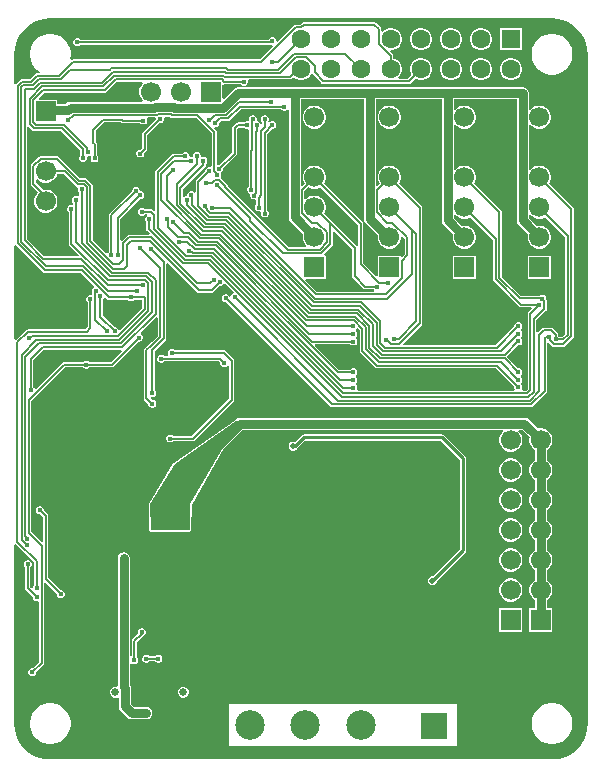
<source format=gbl>
G04*
G04 #@! TF.GenerationSoftware,Altium Limited,Altium Designer,21.0.8 (223)*
G04*
G04 Layer_Physical_Order=2*
G04 Layer_Color=16711680*
%FSLAX25Y25*%
%MOIN*%
G70*
G04*
G04 #@! TF.SameCoordinates,10D31124-10DE-4426-A125-9D81246FB524*
G04*
G04*
G04 #@! TF.FilePolarity,Positive*
G04*
G01*
G75*
%ADD11C,0.01000*%
%ADD19C,0.00700*%
%ADD98C,0.03000*%
%ADD101C,0.06299*%
%ADD102R,0.06299X0.06299*%
%ADD103C,0.09055*%
%ADD104R,0.09055X0.09055*%
%ADD105C,0.06693*%
%ADD106R,0.06693X0.06693*%
%ADD107O,0.03937X0.08268*%
%ADD108O,0.03937X0.06299*%
%ADD109C,0.02559*%
%ADD110C,0.09843*%
%ADD111R,0.06693X0.06693*%
%ADD112C,0.01600*%
%ADD113C,0.02000*%
%ADD114C,0.02100*%
%ADD115C,0.02000*%
G36*
X167220Y235065D02*
Y235065D01*
X167710Y235039D01*
X169096Y234930D01*
X170925Y234491D01*
X172662Y233771D01*
X174266Y232788D01*
X175697Y231567D01*
X176918Y230136D01*
X177901Y228533D01*
X178621Y226795D01*
X179060Y224966D01*
X179203Y223152D01*
X179194Y223091D01*
Y0D01*
X179203Y-61D01*
X179060Y-1875D01*
X178621Y-3704D01*
X177901Y-5442D01*
X176918Y-7046D01*
X175697Y-8476D01*
X174266Y-9698D01*
X172662Y-10680D01*
X170925Y-11400D01*
X169096Y-11839D01*
X167710Y-11948D01*
X167220Y-11974D01*
X167220Y-11974D01*
X167220Y-11974D01*
X0D01*
X-61Y-11982D01*
X-1875Y-11839D01*
X-3704Y-11400D01*
X-5442Y-10680D01*
X-7046Y-9698D01*
X-8476Y-8476D01*
X-9698Y-7046D01*
X-10680Y-5442D01*
X-11400Y-3704D01*
X-11839Y-1875D01*
X-11982Y-61D01*
X-11974Y0D01*
Y59586D01*
X-11474Y59782D01*
X-5367Y53675D01*
Y46062D01*
X-5602Y45827D01*
X-5800Y45349D01*
Y45323D01*
X-6300Y45116D01*
X-6633Y45450D01*
Y52119D01*
X-6398Y52354D01*
X-6200Y52832D01*
Y53349D01*
X-6398Y53827D01*
X-6764Y54193D01*
X-7241Y54391D01*
X-7759D01*
X-8236Y54193D01*
X-8602Y53827D01*
X-8800Y53349D01*
Y52832D01*
X-8602Y52354D01*
X-8367Y52119D01*
Y45091D01*
X-8301Y44759D01*
X-8113Y44478D01*
X-5800Y42165D01*
Y41832D01*
X-5602Y41354D01*
X-5236Y40988D01*
X-4759Y40791D01*
X-4241D01*
X-4217Y40801D01*
X-3717Y40467D01*
Y20599D01*
X-5926Y18391D01*
X-6259D01*
X-6736Y18193D01*
X-7102Y17827D01*
X-7300Y17349D01*
Y16832D01*
X-7102Y16354D01*
X-6736Y15989D01*
X-6259Y15790D01*
X-5741D01*
X-5264Y15989D01*
X-4898Y16354D01*
X-4700Y16832D01*
Y17165D01*
X-2237Y19628D01*
X-2049Y19909D01*
X-1983Y20241D01*
Y46695D01*
X-1521Y46886D01*
X2200Y43165D01*
Y42832D01*
X2398Y42354D01*
X2764Y41989D01*
X3241Y41791D01*
X3759D01*
X4236Y41989D01*
X4602Y42354D01*
X4800Y42832D01*
Y43349D01*
X4602Y43827D01*
X4236Y44193D01*
X3759Y44391D01*
X3426D01*
X-633Y48450D01*
Y69090D01*
X-699Y69422D01*
X-887Y69703D01*
X-2200Y71016D01*
Y71349D01*
X-2398Y71827D01*
X-2764Y72193D01*
X-3241Y72391D01*
X-3759D01*
X-4236Y72193D01*
X-4602Y71827D01*
X-4800Y71349D01*
Y70832D01*
X-4602Y70354D01*
X-4236Y69989D01*
X-3759Y69791D01*
X-3426D01*
X-2367Y68732D01*
Y60558D01*
X-2829Y60366D01*
X-6328Y63866D01*
Y107537D01*
X4859Y118724D01*
X11028D01*
X11264Y118489D01*
X11741Y118291D01*
X12259D01*
X12736Y118489D01*
X12972Y118724D01*
X20450D01*
X20782Y118790D01*
X21063Y118978D01*
X29401Y127315D01*
X29734D01*
X30212Y127513D01*
X30577Y127879D01*
X30775Y128357D01*
Y128874D01*
X30577Y129352D01*
X30212Y129718D01*
X30187Y129728D01*
X30070Y130317D01*
X35285Y135533D01*
X35785Y135326D01*
Y129298D01*
X33738Y127252D01*
X33517Y127103D01*
X31410Y124997D01*
X31222Y124716D01*
X31156Y124384D01*
Y122684D01*
X31133Y122569D01*
Y108591D01*
X31199Y108259D01*
X31387Y107978D01*
X32700Y106665D01*
Y106332D01*
X32898Y105854D01*
X33264Y105489D01*
X33741Y105291D01*
X34259D01*
X34736Y105489D01*
X35102Y105854D01*
X35300Y106332D01*
Y106849D01*
X35102Y107327D01*
X34736Y107693D01*
X34259Y107891D01*
X33926D01*
X33443Y108373D01*
X33727Y108797D01*
X33741Y108791D01*
X34259D01*
X34736Y108988D01*
X35102Y109354D01*
X35300Y109832D01*
Y110349D01*
X35102Y110827D01*
X34867Y111062D01*
Y124232D01*
X38464Y127829D01*
X38652Y128110D01*
X38718Y128442D01*
Y153273D01*
X39218Y153480D01*
X48865Y143833D01*
X49146Y143645D01*
X49478Y143579D01*
X53755D01*
X54087Y143645D01*
X54368Y143833D01*
X56426Y145891D01*
X56759D01*
X57236Y146089D01*
X57602Y146454D01*
X57632Y146526D01*
X58222Y146643D01*
X61096Y143769D01*
X60941Y143217D01*
X60680Y143109D01*
X60315Y142744D01*
X60166Y142385D01*
X59728Y142323D01*
X59645Y142335D01*
X59587Y142477D01*
X59221Y142843D01*
X58743Y143041D01*
X58226D01*
X57748Y142843D01*
X57383Y142477D01*
X57185Y141999D01*
Y141482D01*
X57383Y141004D01*
X57748Y140638D01*
X58226Y140441D01*
X58559D01*
X93240Y105760D01*
X93521Y105572D01*
X93853Y105506D01*
X160373D01*
X160705Y105572D01*
X160986Y105760D01*
X165395Y110169D01*
X165583Y110450D01*
X165649Y110782D01*
Y126675D01*
X166149Y126882D01*
X167204Y125828D01*
X167485Y125640D01*
X167817Y125574D01*
X171047D01*
X171379Y125640D01*
X171660Y125828D01*
X174313Y128481D01*
X174501Y128762D01*
X174567Y129094D01*
Y171391D01*
X174501Y171722D01*
X174313Y172003D01*
X166264Y180052D01*
X166584Y180606D01*
X166847Y181584D01*
Y182597D01*
X166584Y183575D01*
X166078Y184452D01*
X165362Y185169D01*
X164485Y185675D01*
X163506Y185937D01*
X162494D01*
X161515Y185675D01*
X160638Y185169D01*
X160039Y184570D01*
X159539Y184735D01*
Y199446D01*
X160039Y199612D01*
X160638Y199013D01*
X161515Y198506D01*
X162494Y198244D01*
X163506D01*
X164485Y198506D01*
X165362Y199013D01*
X166078Y199729D01*
X166584Y200606D01*
X166847Y201584D01*
Y202597D01*
X166584Y203575D01*
X166078Y204452D01*
X165362Y205169D01*
X164485Y205675D01*
X163506Y205937D01*
X162494D01*
X161515Y205675D01*
X160638Y205169D01*
X160039Y204570D01*
X159539Y204735D01*
Y210091D01*
X159384Y210871D01*
X158942Y211532D01*
X158280Y211975D01*
X157500Y212130D01*
X62521D01*
X61741Y211975D01*
X61079Y211532D01*
X57808Y208261D01*
X57346Y208453D01*
Y212787D01*
X57493Y212935D01*
X57846Y213121D01*
X58036Y213083D01*
X63528D01*
X63764Y212848D01*
X64241Y212650D01*
X64759D01*
X65236Y212848D01*
X65602Y213214D01*
X65800Y213691D01*
Y214209D01*
X65790Y214233D01*
X66124Y214733D01*
X80051D01*
X80383Y214799D01*
X80664Y214987D01*
X81053Y215376D01*
X81259Y215170D01*
X82091Y214690D01*
X83020Y214441D01*
X83981D01*
X84909Y214690D01*
X85741Y215170D01*
X86420Y215850D01*
X86818Y216538D01*
X86893Y216561D01*
X87274Y216568D01*
X87373Y216538D01*
X87466Y216400D01*
X90387Y213478D01*
X90668Y213290D01*
X91000Y213224D01*
X119500D01*
X119832Y213290D01*
X120113Y213478D01*
X121605Y214970D01*
X122091Y214690D01*
X123020Y214441D01*
X123980D01*
X124909Y214690D01*
X125741Y215170D01*
X126420Y215850D01*
X126901Y216682D01*
X127150Y217610D01*
Y218571D01*
X126901Y219499D01*
X126420Y220332D01*
X125741Y221011D01*
X124909Y221491D01*
X123980Y221740D01*
X123020D01*
X122091Y221491D01*
X121259Y221011D01*
X120580Y220332D01*
X120099Y219499D01*
X119850Y218571D01*
Y217610D01*
X120099Y216682D01*
X120380Y216196D01*
X119141Y214958D01*
X116235D01*
X116028Y215458D01*
X116420Y215850D01*
X116901Y216682D01*
X117150Y217610D01*
Y218571D01*
X116901Y219499D01*
X116420Y220332D01*
X115741Y221011D01*
X114909Y221491D01*
X114367Y221637D01*
Y222434D01*
X114301Y222766D01*
X114113Y223047D01*
X113219Y223941D01*
X113426Y224441D01*
X113980D01*
X114909Y224690D01*
X115741Y225170D01*
X116420Y225850D01*
X116901Y226682D01*
X117150Y227610D01*
Y228571D01*
X116901Y229499D01*
X116420Y230331D01*
X115741Y231011D01*
X114909Y231491D01*
X113980Y231740D01*
X113020D01*
X112091Y231491D01*
X111259Y231011D01*
X110867Y230619D01*
X110367Y230826D01*
Y231500D01*
X110301Y231831D01*
X110113Y232112D01*
X108613Y233613D01*
X108332Y233801D01*
X108000Y233867D01*
X84606D01*
X84275Y233801D01*
X83994Y233613D01*
X83338Y232957D01*
X81843D01*
X81512Y232891D01*
X81230Y232703D01*
X75800Y227273D01*
X75300Y227480D01*
Y227759D01*
X75102Y228236D01*
X74736Y228602D01*
X74259Y228800D01*
X73741D01*
X73264Y228602D01*
X72898Y228236D01*
X72782Y227957D01*
X9972D01*
X9736Y228193D01*
X9259Y228391D01*
X8741D01*
X8264Y228193D01*
X7898Y227827D01*
X7700Y227349D01*
Y226832D01*
X7898Y226354D01*
X8264Y225989D01*
X8741Y225791D01*
X9259D01*
X9736Y225989D01*
X9972Y226224D01*
X73347D01*
X73575Y226269D01*
X73741Y226200D01*
X74020D01*
X74227Y225700D01*
X69894Y221367D01*
X68515D01*
X68468Y221357D01*
X7510D01*
X7179Y221291D01*
X7070Y221218D01*
X6620Y221519D01*
X6799Y222421D01*
Y223760D01*
X6538Y225074D01*
X6025Y226311D01*
X5281Y227425D01*
X4334Y228372D01*
X3221Y229116D01*
X1983Y229628D01*
X670Y229890D01*
X-670D01*
X-1983Y229628D01*
X-3221Y229116D01*
X-4334Y228372D01*
X-5281Y227425D01*
X-6025Y226311D01*
X-6538Y225074D01*
X-6799Y223760D01*
Y222421D01*
X-6538Y221107D01*
X-6025Y219870D01*
X-5281Y218756D01*
X-4334Y217809D01*
X-3584Y217308D01*
X-3736Y216808D01*
X-4332D01*
X-4664Y216742D01*
X-4945Y216554D01*
X-6642Y214857D01*
X-9494D01*
X-9826Y214791D01*
X-10107Y214603D01*
X-11474Y213236D01*
X-11637Y213254D01*
X-11974Y213407D01*
Y223091D01*
X-11982Y223152D01*
X-11839Y224966D01*
X-11400Y226795D01*
X-10680Y228533D01*
X-9698Y230136D01*
X-8476Y231567D01*
X-7046Y232788D01*
X-5442Y233771D01*
X-3704Y234491D01*
X-1875Y234930D01*
X-489Y235039D01*
X0Y235065D01*
X491Y235065D01*
X166721D01*
X167220Y235065D01*
D02*
G37*
G36*
X30890Y213420D02*
X30422Y212952D01*
X29916Y212075D01*
X29654Y211097D01*
Y210084D01*
X29916Y209106D01*
X30422Y208229D01*
X30868Y207783D01*
X30661Y207283D01*
X6830D01*
X6050Y207128D01*
X5388Y206686D01*
X5182Y206480D01*
X2347D01*
Y207937D01*
X-3670D01*
X-3861Y208399D01*
X-1985Y210275D01*
X18116D01*
X18448Y210341D01*
X18729Y210529D01*
X22121Y213920D01*
X30683D01*
X30890Y213420D01*
D02*
G37*
G36*
X155461Y167687D02*
X155616Y166907D01*
X156058Y166245D01*
X159270Y163033D01*
X159153Y162597D01*
Y161584D01*
X159416Y160606D01*
X159922Y159729D01*
X160638Y159013D01*
X161515Y158506D01*
X162494Y158244D01*
X163506D01*
X164485Y158506D01*
X165362Y159013D01*
X166078Y159729D01*
X166584Y160606D01*
X166847Y161584D01*
Y162597D01*
X166584Y163575D01*
X166078Y164452D01*
X165362Y165168D01*
X164485Y165675D01*
X163506Y165937D01*
X162494D01*
X162210Y165861D01*
X159539Y168532D01*
Y169446D01*
X160039Y169612D01*
X160638Y169013D01*
X161515Y168506D01*
X162494Y168244D01*
X163506D01*
X164485Y168506D01*
X165039Y168826D01*
X171633Y162232D01*
Y129950D01*
X170641Y128957D01*
X169472D01*
X169367Y129062D01*
Y129591D01*
X169301Y129922D01*
X169113Y130203D01*
X167613Y131703D01*
X167332Y131891D01*
X167000Y131957D01*
X164500D01*
X164168Y131891D01*
X163887Y131703D01*
X162567Y130383D01*
X162067Y130590D01*
Y134432D01*
X165263Y137628D01*
X165451Y137909D01*
X165517Y138241D01*
Y140941D01*
X165451Y141272D01*
X165300Y141498D01*
Y141849D01*
X165102Y142327D01*
X164736Y142693D01*
X164259Y142891D01*
X163741D01*
X163264Y142693D01*
X163200Y142629D01*
X162487D01*
X162347Y142657D01*
X156859D01*
X150567Y148950D01*
Y170391D01*
X150501Y170722D01*
X150313Y171003D01*
X141264Y180052D01*
X141584Y180606D01*
X141847Y181584D01*
Y182597D01*
X141584Y183575D01*
X141078Y184452D01*
X140362Y185169D01*
X139485Y185675D01*
X138506Y185937D01*
X137494D01*
X136515Y185675D01*
X135638Y185169D01*
X135039Y184570D01*
X134539Y184735D01*
Y199446D01*
X135039Y199612D01*
X135638Y199013D01*
X136515Y198506D01*
X137494Y198244D01*
X138506D01*
X139485Y198506D01*
X140362Y199013D01*
X141078Y199729D01*
X141584Y200606D01*
X141847Y201584D01*
Y202597D01*
X141584Y203575D01*
X141078Y204452D01*
X140362Y205169D01*
X139485Y205675D01*
X138506Y205937D01*
X137494D01*
X136515Y205675D01*
X135638Y205169D01*
X135039Y204570D01*
X134539Y204735D01*
Y208051D01*
X155461D01*
Y167687D01*
D02*
G37*
G36*
X40083Y201991D02*
X40415Y201925D01*
X48607D01*
X53783Y196748D01*
Y185714D01*
X53283Y185380D01*
X53259Y185391D01*
X52741D01*
X52264Y185193D01*
X51898Y184827D01*
X51700Y184349D01*
Y184016D01*
X48708Y181024D01*
X48520Y180743D01*
X48454Y180411D01*
Y177182D01*
X47954Y176975D01*
X47736Y177193D01*
X47259Y177391D01*
X46741D01*
X46264Y177193D01*
X45898Y176827D01*
X45700Y176349D01*
Y175891D01*
X45241D01*
X44764Y175693D01*
X44717Y175646D01*
X44217Y175853D01*
Y178082D01*
X51613Y185478D01*
X51801Y185759D01*
X51867Y186091D01*
Y186619D01*
X52102Y186854D01*
X52300Y187332D01*
Y187849D01*
X52102Y188327D01*
X51736Y188693D01*
X51259Y188891D01*
X50741D01*
X50595Y188830D01*
X50497Y188866D01*
X50133Y189180D01*
Y189516D01*
X49935Y189994D01*
X49570Y190359D01*
X49092Y190557D01*
X48575D01*
X48097Y190359D01*
X47731Y189994D01*
X47533Y189516D01*
Y189318D01*
X47292Y188942D01*
X47071Y188891D01*
X46741D01*
X46300Y189249D01*
Y189349D01*
X46102Y189827D01*
X45736Y190193D01*
X45259Y190391D01*
X44741D01*
X44264Y190193D01*
X44028Y189957D01*
X41150D01*
X40818Y189891D01*
X40537Y189703D01*
X35183Y184349D01*
X34995Y184068D01*
X34929Y183736D01*
Y171040D01*
X34467Y170849D01*
X34113Y171203D01*
X33832Y171391D01*
X33500Y171457D01*
X31472D01*
X31236Y171693D01*
X30759Y171891D01*
X30241D01*
X29764Y171693D01*
X29398Y171327D01*
X29200Y170849D01*
Y170332D01*
X29398Y169854D01*
X29764Y169489D01*
X30241Y169291D01*
X30759D01*
X31236Y169489D01*
X31472Y169724D01*
X32090D01*
X32189Y169224D01*
X32114Y169193D01*
X31748Y168827D01*
X31550Y168349D01*
Y167832D01*
X31748Y167354D01*
X31983Y167119D01*
Y164847D01*
X32049Y164515D01*
X32237Y164234D01*
X33102Y163369D01*
X32910Y162907D01*
X26253D01*
X25921Y162841D01*
X25640Y162653D01*
X23867Y160880D01*
X23367Y161087D01*
Y168232D01*
X29926Y174791D01*
X30259D01*
X30736Y174988D01*
X31102Y175354D01*
X31300Y175832D01*
Y176349D01*
X31102Y176827D01*
X30736Y177193D01*
X30259Y177391D01*
X29815D01*
Y177834D01*
X29617Y178312D01*
X29252Y178678D01*
X28774Y178876D01*
X28256D01*
X27779Y178678D01*
X27413Y178312D01*
X27215Y177834D01*
Y177501D01*
X19787Y170073D01*
X19599Y169792D01*
X19533Y169460D01*
Y157062D01*
X19298Y156827D01*
X19288Y156802D01*
X18698Y156685D01*
X14217Y161166D01*
Y179271D01*
X14151Y179603D01*
X13963Y179884D01*
X12293Y181553D01*
X12012Y181741D01*
X11681Y181807D01*
X10009D01*
X2916Y188900D01*
X2635Y189088D01*
X2303Y189154D01*
X-3238D01*
X-3570Y189088D01*
X-3851Y188900D01*
X-6309Y186442D01*
X-6497Y186161D01*
X-6563Y185829D01*
Y179987D01*
X-6497Y179655D01*
X-6309Y179374D01*
X-3983Y177048D01*
X-4578Y176452D01*
X-5084Y175575D01*
X-5347Y174597D01*
Y173584D01*
X-5084Y172606D01*
X-4578Y171729D01*
X-3862Y171013D01*
X-2985Y170506D01*
X-2006Y170244D01*
X-994D01*
X-15Y170506D01*
X862Y171013D01*
X1578Y171729D01*
X2084Y172606D01*
X2347Y173584D01*
Y174597D01*
X2084Y175575D01*
X1578Y176452D01*
X862Y177169D01*
X-15Y177675D01*
X-994Y177937D01*
X-2006D01*
X-2333Y177849D01*
X-4830Y180346D01*
Y181274D01*
X-4330Y181481D01*
X-3862Y181013D01*
X-2985Y180506D01*
X-2006Y180244D01*
X-994D01*
X-15Y180506D01*
X862Y181013D01*
X1578Y181729D01*
X2084Y182606D01*
X2250Y183224D01*
X4444D01*
X8540Y179128D01*
X8821Y178940D01*
X8897Y178925D01*
X9200Y178461D01*
X9210Y178374D01*
X9200Y178349D01*
Y177832D01*
X9398Y177354D01*
X9633Y177119D01*
Y176003D01*
X9481Y175884D01*
X9133Y175735D01*
X8759Y175891D01*
X8241D01*
X7764Y175693D01*
X7398Y175327D01*
X7200Y174849D01*
Y174332D01*
X7398Y173854D01*
X7603Y173649D01*
X7577Y173240D01*
X7259Y172891D01*
X6741D01*
X6264Y172693D01*
X5898Y172327D01*
X5700Y171849D01*
Y171332D01*
X5898Y170854D01*
X6133Y170619D01*
Y160000D01*
X6199Y159668D01*
X6387Y159387D01*
X9446Y156329D01*
X9254Y155867D01*
X-2050D01*
X-7633Y161450D01*
Y198699D01*
X-7133Y198906D01*
X-6005Y197778D01*
X-5724Y197590D01*
X-5392Y197524D01*
X3641D01*
X9983Y191182D01*
Y189472D01*
X9748Y189236D01*
X9550Y188759D01*
Y188241D01*
X9748Y187764D01*
X10114Y187398D01*
X10591Y187200D01*
X11109D01*
X11586Y187398D01*
X11952Y187764D01*
X12150Y188241D01*
Y188738D01*
X12155Y188765D01*
X12508Y189200D01*
X12759D01*
X13236Y189398D01*
X13641Y189095D01*
X13643Y189092D01*
X13445Y188614D01*
Y188097D01*
X13643Y187619D01*
X14009Y187254D01*
X14486Y187056D01*
X15004D01*
X15481Y187254D01*
X15847Y187619D01*
X16045Y188097D01*
Y188614D01*
X15847Y189092D01*
X15612Y189328D01*
Y193023D01*
X15546Y193354D01*
X15358Y193635D01*
X15167Y193826D01*
Y197532D01*
X18013Y200377D01*
X23729D01*
X23995Y200199D01*
X24327Y200133D01*
X30028D01*
X30264Y199898D01*
X30741Y199700D01*
X31259D01*
X31736Y199898D01*
X32102Y200264D01*
X32300Y200741D01*
Y201259D01*
X32189Y201528D01*
X32464Y202028D01*
X34949D01*
X35200Y201652D01*
Y201319D01*
X30887Y197006D01*
X30699Y196725D01*
X30633Y196394D01*
Y191859D01*
X30074Y191300D01*
X29741D01*
X29264Y191102D01*
X28898Y190736D01*
X28700Y190259D01*
Y189741D01*
X28898Y189264D01*
X29264Y188898D01*
X29741Y188700D01*
X30259D01*
X30736Y188898D01*
X31102Y189264D01*
X31300Y189741D01*
Y190074D01*
X32113Y190887D01*
X32301Y191168D01*
X32367Y191500D01*
Y196035D01*
X36426Y200094D01*
X36759D01*
X37236Y200292D01*
X37602Y200657D01*
X37800Y201135D01*
Y201652D01*
X37790Y201677D01*
X38124Y202177D01*
X39804D01*
X40083Y201991D01*
D02*
G37*
G36*
X76898Y204764D02*
X77264Y204398D01*
X77741Y204200D01*
X78259D01*
X78736Y204398D01*
X78914Y204576D01*
X79414Y204369D01*
Y168762D01*
X79570Y167982D01*
X80012Y167320D01*
X84276Y163055D01*
X84153Y162597D01*
Y161584D01*
X84416Y160606D01*
X84922Y159729D01*
X85390Y159261D01*
X85183Y158761D01*
X79440D01*
X59151Y179050D01*
Y179140D01*
X59085Y179471D01*
X58897Y179752D01*
X57002Y181647D01*
X56802Y182154D01*
X57000Y182632D01*
Y183149D01*
X56969Y183225D01*
X57046Y183798D01*
X57412Y184164D01*
X57610Y184642D01*
Y184975D01*
X62018Y189383D01*
X62205Y189664D01*
X62271Y189995D01*
Y198136D01*
X62768Y198633D01*
X64528D01*
X64764Y198398D01*
X65241Y198200D01*
X65759D01*
X65833Y198231D01*
X66333Y197897D01*
Y191445D01*
X66149Y191170D01*
X66083Y190838D01*
Y178972D01*
X65848Y178736D01*
X65650Y178259D01*
Y177741D01*
X65848Y177264D01*
X66214Y176898D01*
X66302Y176861D01*
X66594Y176259D01*
Y175741D01*
X66792Y175264D01*
X67157Y174898D01*
X67635Y174700D01*
X68152D01*
X68633Y174358D01*
Y172972D01*
X68398Y172736D01*
X68200Y172259D01*
Y171741D01*
X68398Y171264D01*
X68764Y170898D01*
X69241Y170700D01*
X69759D01*
X69859Y170741D01*
X70241Y170359D01*
X70200Y170259D01*
Y169741D01*
X70398Y169264D01*
X70764Y168898D01*
X71241Y168700D01*
X71759D01*
X72236Y168898D01*
X72602Y169264D01*
X72800Y169741D01*
Y170259D01*
X72602Y170736D01*
X72367Y170972D01*
Y196641D01*
X73926Y198200D01*
X74259D01*
X74736Y198398D01*
X75102Y198764D01*
X75300Y199241D01*
Y199759D01*
X75102Y200236D01*
X74736Y200602D01*
X74259Y200800D01*
X73741D01*
X73264Y200602D01*
X73161Y200499D01*
X72596Y200641D01*
X72569Y200730D01*
X72602Y200764D01*
X72800Y201241D01*
Y201759D01*
X72602Y202236D01*
X72236Y202602D01*
X71759Y202800D01*
X71241D01*
X70764Y202602D01*
X70398Y202236D01*
X70200Y201759D01*
Y201241D01*
X70398Y200764D01*
X70633Y200528D01*
Y199799D01*
X70150Y199759D01*
X69952Y200236D01*
X69586Y200602D01*
X69151Y200782D01*
X69015Y200877D01*
X68789Y201216D01*
X68800Y201241D01*
Y201759D01*
X68602Y202236D01*
X68236Y202602D01*
X67759Y202800D01*
X67241D01*
X66764Y202602D01*
X66398Y202236D01*
X66200Y201759D01*
Y201241D01*
X66242Y201141D01*
X65859Y200759D01*
X65759Y200800D01*
X65241D01*
X64764Y200602D01*
X64528Y200367D01*
X62410D01*
X62078Y200301D01*
X61797Y200113D01*
X60792Y199108D01*
X60604Y198827D01*
X60538Y198495D01*
Y190354D01*
X56384Y186200D01*
X56051D01*
X56017Y186186D01*
X55517Y186520D01*
Y197107D01*
X55451Y197439D01*
X55263Y197720D01*
X54657Y198325D01*
X54899Y198791D01*
X55259D01*
X55736Y198988D01*
X56102Y199354D01*
X56300Y199832D01*
Y200165D01*
X56963Y200828D01*
X59145D01*
X59477Y200893D01*
X59758Y201081D01*
X63451Y204774D01*
X76894D01*
X76898Y204764D01*
D02*
G37*
G36*
X86515Y178506D02*
X87494Y178244D01*
X88506D01*
X89485Y178506D01*
X90039Y178826D01*
X102633Y166232D01*
Y159324D01*
X102133Y159173D01*
X102113Y159203D01*
X94009Y167307D01*
X94009Y167307D01*
X91264Y170052D01*
X91584Y170606D01*
X91847Y171584D01*
Y172597D01*
X91584Y173575D01*
X91078Y174452D01*
X90362Y175169D01*
X89485Y175675D01*
X88506Y175937D01*
X87494D01*
X86515Y175675D01*
X85638Y175169D01*
X85170Y174700D01*
X84670Y174908D01*
Y177535D01*
X85961Y178826D01*
X86515Y178506D01*
D02*
G37*
G36*
X104414Y168314D02*
X104570Y167533D01*
X105012Y166872D01*
X109182Y162702D01*
X109153Y162597D01*
Y161584D01*
X109416Y160606D01*
X109922Y159729D01*
X110638Y159013D01*
X111515Y158506D01*
X112494Y158244D01*
X113506D01*
X114485Y158506D01*
X115362Y159013D01*
X116078Y159729D01*
X116584Y160606D01*
X116847Y161584D01*
Y162246D01*
X117347Y162453D01*
X118133Y161666D01*
Y156449D01*
X117308Y155625D01*
X116847Y155816D01*
Y155937D01*
X109153D01*
Y149285D01*
X108692Y149093D01*
X104367Y153418D01*
Y166591D01*
X104301Y166922D01*
X104113Y167203D01*
X91264Y180052D01*
X91584Y180606D01*
X91847Y181584D01*
Y182597D01*
X91584Y183575D01*
X91078Y184452D01*
X90362Y185169D01*
X89485Y185675D01*
X88506Y185937D01*
X87494D01*
X86515Y185675D01*
X85638Y185169D01*
X84922Y184452D01*
X84416Y183575D01*
X84153Y182597D01*
Y181584D01*
X84416Y180606D01*
X84736Y180052D01*
X83955Y179271D01*
X83493Y179462D01*
Y208051D01*
X104414D01*
Y168314D01*
D02*
G37*
G36*
X100633Y158232D02*
Y149051D01*
X100699Y148719D01*
X100887Y148438D01*
X104348Y144978D01*
X104629Y144790D01*
X104960Y144724D01*
X107744D01*
X107969Y144457D01*
X107780Y143957D01*
X88815D01*
X84990Y147782D01*
X85181Y148244D01*
X91847D01*
Y155937D01*
X91411D01*
X91204Y156437D01*
X94009Y159242D01*
X94197Y159524D01*
X94263Y159855D01*
Y163949D01*
X94725Y164140D01*
X100633Y158232D01*
D02*
G37*
G36*
X-2510Y150481D02*
X-2229Y150293D01*
X-1897Y150227D01*
X10137D01*
X14566Y145797D01*
X14449Y145207D01*
X14414Y145193D01*
X14048Y144827D01*
X13850Y144349D01*
Y143832D01*
X14048Y143354D01*
X13805Y142905D01*
X13633Y142790D01*
X13609Y142800D01*
X13091D01*
X12614Y142602D01*
X12248Y142236D01*
X12050Y141759D01*
Y141241D01*
X12248Y140764D01*
X12483Y140528D01*
Y132119D01*
X11731Y131367D01*
X-7591D01*
X-7922Y131301D01*
X-8203Y131113D01*
X-11474Y127842D01*
X-11974Y128038D01*
Y159274D01*
X-11637Y159427D01*
X-11474Y159445D01*
X-2510Y150481D01*
D02*
G37*
G36*
X18886Y141478D02*
X19167Y141290D01*
X19499Y141224D01*
X26028D01*
X26264Y140989D01*
X26741Y140791D01*
X27259D01*
X27736Y140989D01*
X27972Y141224D01*
X30633D01*
Y138424D01*
X23262Y131052D01*
X22713Y131210D01*
X22602Y131477D01*
X22236Y131843D01*
X21759Y132041D01*
X21426D01*
X17517Y135950D01*
Y141634D01*
X17752Y141869D01*
X17762Y141894D01*
X18352Y142011D01*
X18886Y141478D01*
D02*
G37*
G36*
X103133Y131246D02*
Y124294D01*
X103199Y123963D01*
X103387Y123681D01*
X108402Y118667D01*
X108683Y118479D01*
X109015Y118413D01*
X148405D01*
X154700Y112118D01*
Y111785D01*
X154836Y111457D01*
X154594Y110957D01*
X102477D01*
X102194Y111457D01*
X102300Y111714D01*
Y112231D01*
X102102Y112709D01*
X101868Y112943D01*
X101784Y113252D01*
X101868Y113561D01*
X102102Y113795D01*
X102300Y114273D01*
Y114790D01*
X102102Y115268D01*
X101868Y115502D01*
X101784Y115811D01*
X101868Y116120D01*
X102102Y116354D01*
X102300Y116832D01*
Y117349D01*
X102102Y117827D01*
X101736Y118193D01*
X101259Y118391D01*
X100741D01*
X100264Y118193D01*
X100052Y117981D01*
X96123D01*
X88106Y125998D01*
X88297Y126460D01*
X100028D01*
X100264Y126225D01*
X100741Y126027D01*
X101259D01*
X101736Y126225D01*
X102102Y126590D01*
X102300Y127068D01*
Y127585D01*
X102102Y128063D01*
X101868Y128297D01*
X101784Y128606D01*
X101868Y128916D01*
X102102Y129149D01*
X102300Y129627D01*
Y130144D01*
X102102Y130622D01*
X101885Y130839D01*
X101757Y131066D01*
X101868Y131475D01*
X102015Y131622D01*
X102026Y131647D01*
X102616Y131764D01*
X103133Y131246D01*
D02*
G37*
G36*
X23758Y124124D02*
X20091Y120457D01*
X12972D01*
X12736Y120693D01*
X12259Y120891D01*
X11741D01*
X11264Y120693D01*
X11028Y120457D01*
X4500D01*
X4168Y120391D01*
X3887Y120203D01*
X-4749Y111567D01*
X-5339Y111684D01*
X-5398Y111827D01*
X-5633Y112062D01*
Y121220D01*
X-2229Y124624D01*
X23551D01*
X23758Y124124D01*
D02*
G37*
G36*
X130461Y167687D02*
X130616Y166907D01*
X131058Y166245D01*
X134270Y163033D01*
X134153Y162597D01*
Y161584D01*
X134416Y160606D01*
X134922Y159729D01*
X135638Y159013D01*
X136515Y158506D01*
X137494Y158244D01*
X138506D01*
X139485Y158506D01*
X140362Y159013D01*
X141078Y159729D01*
X141584Y160606D01*
X141847Y161584D01*
Y162597D01*
X141584Y163575D01*
X141078Y164452D01*
X140362Y165168D01*
X139485Y165675D01*
X138506Y165937D01*
X137494D01*
X137210Y165861D01*
X134539Y168532D01*
Y169446D01*
X135039Y169612D01*
X135638Y169013D01*
X136515Y168506D01*
X137494Y168244D01*
X138506D01*
X139485Y168506D01*
X140039Y168826D01*
X147633Y161232D01*
Y148094D01*
X147699Y147762D01*
X147887Y147481D01*
X156390Y138978D01*
X156671Y138790D01*
X157003Y138724D01*
X160255D01*
X160446Y138262D01*
X159387Y137203D01*
X159199Y136922D01*
X159133Y136591D01*
Y111450D01*
X158641Y110957D01*
X157406D01*
X157164Y111457D01*
X157300Y111785D01*
Y112302D01*
X157102Y112780D01*
X156868Y113014D01*
X156784Y113323D01*
X156868Y113632D01*
X157102Y113866D01*
X157300Y114344D01*
Y114861D01*
X157102Y115339D01*
X156868Y115573D01*
X156784Y115882D01*
X156868Y116191D01*
X157102Y116425D01*
X157300Y116903D01*
Y117420D01*
X157102Y117898D01*
X156736Y118263D01*
X156259Y118461D01*
X155926D01*
X152108Y122280D01*
X155926Y126098D01*
X156259D01*
X156736Y126295D01*
X157102Y126661D01*
X157300Y127139D01*
Y127656D01*
X157102Y128134D01*
X156868Y128368D01*
X156784Y128677D01*
X156868Y128986D01*
X157102Y129220D01*
X157300Y129698D01*
Y130215D01*
X157102Y130693D01*
X156868Y130927D01*
X156784Y131236D01*
X156868Y131545D01*
X157102Y131779D01*
X157300Y132257D01*
Y132774D01*
X157102Y133252D01*
X156736Y133618D01*
X156259Y133816D01*
X155741D01*
X155264Y133618D01*
X154898Y133252D01*
X154700Y132774D01*
Y132441D01*
X148405Y126146D01*
X117631D01*
X117440Y126608D01*
X123813Y132981D01*
X124001Y133262D01*
X124067Y133594D01*
Y171891D01*
X124001Y172222D01*
X123813Y172503D01*
X116264Y180052D01*
X116584Y180606D01*
X116847Y181584D01*
Y182597D01*
X116584Y183575D01*
X116078Y184452D01*
X115362Y185169D01*
X114485Y185675D01*
X113506Y185937D01*
X112494D01*
X111515Y185675D01*
X110638Y185169D01*
X109922Y184452D01*
X109416Y183575D01*
X109153Y182597D01*
Y181584D01*
X109416Y180606D01*
X109736Y180052D01*
X108955Y179271D01*
X108493Y179462D01*
Y208051D01*
X130461D01*
Y167687D01*
D02*
G37*
%LPC*%
G36*
X157150Y231740D02*
X149850D01*
Y224441D01*
X157150D01*
Y231740D01*
D02*
G37*
G36*
X143981D02*
X143019D01*
X142091Y231491D01*
X141259Y231011D01*
X140580Y230331D01*
X140099Y229499D01*
X139850Y228571D01*
Y227610D01*
X140099Y226682D01*
X140580Y225850D01*
X141259Y225170D01*
X142091Y224690D01*
X143019Y224441D01*
X143981D01*
X144909Y224690D01*
X145741Y225170D01*
X146420Y225850D01*
X146901Y226682D01*
X147150Y227610D01*
Y228571D01*
X146901Y229499D01*
X146420Y230331D01*
X145741Y231011D01*
X144909Y231491D01*
X143981Y231740D01*
D02*
G37*
G36*
X133981D02*
X133019D01*
X132091Y231491D01*
X131259Y231011D01*
X130580Y230331D01*
X130099Y229499D01*
X129850Y228571D01*
Y227610D01*
X130099Y226682D01*
X130580Y225850D01*
X131259Y225170D01*
X132091Y224690D01*
X133019Y224441D01*
X133981D01*
X134909Y224690D01*
X135741Y225170D01*
X136420Y225850D01*
X136901Y226682D01*
X137150Y227610D01*
Y228571D01*
X136901Y229499D01*
X136420Y230331D01*
X135741Y231011D01*
X134909Y231491D01*
X133981Y231740D01*
D02*
G37*
G36*
X123980D02*
X123020D01*
X122091Y231491D01*
X121259Y231011D01*
X120580Y230331D01*
X120099Y229499D01*
X119850Y228571D01*
Y227610D01*
X120099Y226682D01*
X120580Y225850D01*
X121259Y225170D01*
X122091Y224690D01*
X123020Y224441D01*
X123980D01*
X124909Y224690D01*
X125741Y225170D01*
X126420Y225850D01*
X126901Y226682D01*
X127150Y227610D01*
Y228571D01*
X126901Y229499D01*
X126420Y230331D01*
X125741Y231011D01*
X124909Y231491D01*
X123980Y231740D01*
D02*
G37*
G36*
X167890Y229890D02*
X166551D01*
X165237Y229628D01*
X164000Y229116D01*
X162886Y228372D01*
X161939Y227425D01*
X161195Y226311D01*
X160682Y225074D01*
X160421Y223760D01*
Y222421D01*
X160682Y221107D01*
X161195Y219870D01*
X161939Y218756D01*
X162886Y217809D01*
X164000Y217065D01*
X165237Y216553D01*
X166551Y216291D01*
X167890D01*
X169204Y216553D01*
X170441Y217065D01*
X171555Y217809D01*
X172502Y218756D01*
X173246Y219870D01*
X173758Y221107D01*
X174020Y222421D01*
Y223760D01*
X173758Y225074D01*
X173246Y226311D01*
X172502Y227425D01*
X171555Y228372D01*
X170441Y229116D01*
X169204Y229628D01*
X167890Y229890D01*
D02*
G37*
G36*
X153981Y221740D02*
X153019D01*
X152091Y221491D01*
X151259Y221011D01*
X150580Y220332D01*
X150099Y219499D01*
X149850Y218571D01*
Y217610D01*
X150099Y216682D01*
X150580Y215850D01*
X151259Y215170D01*
X152091Y214690D01*
X153019Y214441D01*
X153981D01*
X154909Y214690D01*
X155741Y215170D01*
X156420Y215850D01*
X156901Y216682D01*
X157150Y217610D01*
Y218571D01*
X156901Y219499D01*
X156420Y220332D01*
X155741Y221011D01*
X154909Y221491D01*
X153981Y221740D01*
D02*
G37*
G36*
X143981D02*
X143019D01*
X142091Y221491D01*
X141259Y221011D01*
X140580Y220332D01*
X140099Y219499D01*
X139850Y218571D01*
Y217610D01*
X140099Y216682D01*
X140580Y215850D01*
X141259Y215170D01*
X142091Y214690D01*
X143019Y214441D01*
X143981D01*
X144909Y214690D01*
X145741Y215170D01*
X146420Y215850D01*
X146901Y216682D01*
X147150Y217610D01*
Y218571D01*
X146901Y219499D01*
X146420Y220332D01*
X145741Y221011D01*
X144909Y221491D01*
X143981Y221740D01*
D02*
G37*
G36*
X133981D02*
X133019D01*
X132091Y221491D01*
X131259Y221011D01*
X130580Y220332D01*
X130099Y219499D01*
X129850Y218571D01*
Y217610D01*
X130099Y216682D01*
X130580Y215850D01*
X131259Y215170D01*
X132091Y214690D01*
X133019Y214441D01*
X133981D01*
X134909Y214690D01*
X135741Y215170D01*
X136420Y215850D01*
X136901Y216682D01*
X137150Y217610D01*
Y218571D01*
X136901Y219499D01*
X136420Y220332D01*
X135741Y221011D01*
X134909Y221491D01*
X133981Y221740D01*
D02*
G37*
G36*
X40759Y124891D02*
X40241D01*
X39764Y124693D01*
X39398Y124327D01*
X39200Y123849D01*
Y123332D01*
X39355Y122957D01*
X39206Y122609D01*
X39088Y122457D01*
X37972D01*
X37736Y122693D01*
X37259Y122891D01*
X36741D01*
X36264Y122693D01*
X35898Y122327D01*
X35700Y121849D01*
Y121332D01*
X35898Y120854D01*
X36264Y120489D01*
X36741Y120291D01*
X37259D01*
X37736Y120489D01*
X37972Y120724D01*
X56141D01*
X56700Y120165D01*
Y119832D01*
X56898Y119354D01*
X57264Y118989D01*
X57741Y118791D01*
X58259D01*
X58736Y118989D01*
X59102Y119354D01*
X59133Y119430D01*
X59633Y119330D01*
Y108359D01*
X47141Y95867D01*
X40972D01*
X40736Y96102D01*
X40259Y96300D01*
X39741D01*
X39264Y96102D01*
X38898Y95736D01*
X38700Y95259D01*
Y94741D01*
X38898Y94264D01*
X39264Y93898D01*
X39741Y93700D01*
X40259D01*
X40736Y93898D01*
X40972Y94133D01*
X47500D01*
X47832Y94199D01*
X48113Y94387D01*
X61113Y107387D01*
X61301Y107668D01*
X61367Y108000D01*
Y120864D01*
X61301Y121195D01*
X61113Y121477D01*
X58386Y124203D01*
X58105Y124391D01*
X57773Y124457D01*
X41472D01*
X41236Y124693D01*
X40759Y124891D01*
D02*
G37*
G36*
X154006Y88346D02*
X152994D01*
X152015Y88084D01*
X151138Y87578D01*
X150422Y86862D01*
X149916Y85985D01*
X149653Y85006D01*
Y83994D01*
X149916Y83015D01*
X150422Y82138D01*
X151138Y81422D01*
X152015Y80916D01*
X152994Y80654D01*
X154006D01*
X154985Y80916D01*
X155862Y81422D01*
X156578Y82138D01*
X157084Y83015D01*
X157346Y83994D01*
Y85006D01*
X157084Y85985D01*
X156578Y86862D01*
X155862Y87578D01*
X154985Y88084D01*
X154006Y88346D01*
D02*
G37*
G36*
Y78347D02*
X152994D01*
X152015Y78084D01*
X151138Y77578D01*
X150422Y76862D01*
X149916Y75985D01*
X149653Y75006D01*
Y73994D01*
X149916Y73015D01*
X150422Y72138D01*
X151138Y71422D01*
X152015Y70916D01*
X152994Y70653D01*
X154006D01*
X154985Y70916D01*
X155862Y71422D01*
X156578Y72138D01*
X157084Y73015D01*
X157346Y73994D01*
Y75006D01*
X157084Y75985D01*
X156578Y76862D01*
X155862Y77578D01*
X154985Y78084D01*
X154006Y78347D01*
D02*
G37*
G36*
Y68347D02*
X152994D01*
X152015Y68084D01*
X151138Y67578D01*
X150422Y66862D01*
X149916Y65985D01*
X149653Y65006D01*
Y63994D01*
X149916Y63015D01*
X150422Y62138D01*
X151138Y61422D01*
X152015Y60916D01*
X152994Y60654D01*
X154006D01*
X154985Y60916D01*
X155862Y61422D01*
X156578Y62138D01*
X157084Y63015D01*
X157346Y63994D01*
Y65006D01*
X157084Y65985D01*
X156578Y66862D01*
X155862Y67578D01*
X154985Y68084D01*
X154006Y68347D01*
D02*
G37*
G36*
Y58346D02*
X152994D01*
X152015Y58084D01*
X151138Y57578D01*
X150422Y56862D01*
X149916Y55985D01*
X149653Y55006D01*
Y53994D01*
X149916Y53015D01*
X150422Y52138D01*
X151138Y51422D01*
X152015Y50916D01*
X152994Y50654D01*
X154006D01*
X154985Y50916D01*
X155862Y51422D01*
X156578Y52138D01*
X157084Y53015D01*
X157346Y53994D01*
Y55006D01*
X157084Y55985D01*
X156578Y56862D01*
X155862Y57578D01*
X154985Y58084D01*
X154006Y58346D01*
D02*
G37*
G36*
X130500Y96361D02*
X84500D01*
X84110Y96283D01*
X83779Y96062D01*
X81594Y93877D01*
X81298Y94000D01*
X80702D01*
X80150Y93772D01*
X79728Y93350D01*
X79500Y92798D01*
Y92202D01*
X79728Y91650D01*
X80150Y91228D01*
X80702Y91000D01*
X81298D01*
X81850Y91228D01*
X82272Y91650D01*
X82304Y91728D01*
X82380Y91779D01*
X84922Y94321D01*
X130078D01*
X136480Y87919D01*
Y58115D01*
X127469Y49103D01*
X127395Y49118D01*
X127248Y49088D01*
X127097D01*
X126958Y49031D01*
X126810Y49001D01*
X126685Y48917D01*
X126546Y48860D01*
X126439Y48753D01*
X126314Y48670D01*
X126230Y48544D01*
X126124Y48438D01*
X126066Y48299D01*
X125983Y48173D01*
X125953Y48026D01*
X125896Y47887D01*
Y47736D01*
X125866Y47588D01*
X125896Y47440D01*
Y47290D01*
X125953Y47151D01*
X125983Y47003D01*
X126066Y46878D01*
X126124Y46739D01*
X126230Y46632D01*
X126314Y46507D01*
X126439Y46423D01*
X126546Y46317D01*
X126685Y46259D01*
X126810Y46175D01*
X126958Y46146D01*
X127097Y46088D01*
X127248D01*
X127395Y46059D01*
X127543Y46088D01*
X127694D01*
X127833Y46146D01*
X127981Y46175D01*
X128106Y46259D01*
X128245Y46317D01*
X128352Y46423D01*
X128477Y46507D01*
X128561Y46632D01*
X128667Y46739D01*
X128725Y46878D01*
X128808Y47003D01*
X128838Y47151D01*
X128895Y47290D01*
Y47440D01*
X128925Y47588D01*
X128910Y47661D01*
X138221Y56972D01*
X138442Y57302D01*
X138520Y57693D01*
Y88341D01*
X138442Y88731D01*
X138221Y89062D01*
X131221Y96062D01*
X130890Y96283D01*
X130500Y96361D01*
D02*
G37*
G36*
X154006Y48346D02*
X152994D01*
X152015Y48084D01*
X151138Y47578D01*
X150422Y46862D01*
X149916Y45985D01*
X149653Y45006D01*
Y43994D01*
X149916Y43015D01*
X150422Y42138D01*
X151138Y41422D01*
X152015Y40916D01*
X152994Y40654D01*
X154006D01*
X154985Y40916D01*
X155862Y41422D01*
X156578Y42138D01*
X157084Y43015D01*
X157346Y43994D01*
Y45006D01*
X157084Y45985D01*
X156578Y46862D01*
X155862Y47578D01*
X154985Y48084D01*
X154006Y48346D01*
D02*
G37*
G36*
X158063Y101976D02*
X63307D01*
X62527Y101821D01*
X61865Y101379D01*
X61865Y101379D01*
X61778Y101292D01*
X61745Y101284D01*
X41190Y86944D01*
X41129Y86848D01*
X41037Y86780D01*
X32911Y73334D01*
X32889Y73185D01*
X32833Y73046D01*
X32959Y64492D01*
X33040Y64305D01*
X33117Y64117D01*
X33121Y64116D01*
X33123Y64112D01*
X33312Y64037D01*
X33500Y63959D01*
X46500D01*
X46689Y64037D01*
X46881Y64115D01*
X46881Y64117D01*
X46883Y64117D01*
X46962Y64308D01*
X47041Y64497D01*
X47087Y72907D01*
X57961Y91707D01*
X64152Y97898D01*
X150751D01*
X150958Y97398D01*
X150422Y96862D01*
X149916Y95985D01*
X149653Y95006D01*
Y93994D01*
X149916Y93015D01*
X150422Y92138D01*
X151138Y91422D01*
X152015Y90916D01*
X152994Y90654D01*
X154006D01*
X154985Y90916D01*
X155862Y91422D01*
X156578Y92138D01*
X157084Y93015D01*
X157346Y93994D01*
Y95006D01*
X157084Y95985D01*
X156578Y96862D01*
X156042Y97398D01*
X156249Y97898D01*
X157218D01*
X159750Y95366D01*
X159653Y95006D01*
Y93994D01*
X159916Y93015D01*
X160422Y92138D01*
X161138Y91422D01*
X161461Y91236D01*
Y87764D01*
X161138Y87578D01*
X160422Y86862D01*
X159916Y85985D01*
X159653Y85006D01*
Y83994D01*
X159916Y83015D01*
X160422Y82138D01*
X161138Y81422D01*
X161461Y81236D01*
Y77764D01*
X161138Y77578D01*
X160422Y76862D01*
X159916Y75985D01*
X159653Y75006D01*
Y73994D01*
X159916Y73015D01*
X160422Y72138D01*
X161138Y71422D01*
X161461Y71236D01*
Y67764D01*
X161138Y67578D01*
X160422Y66862D01*
X159916Y65985D01*
X159653Y65006D01*
Y63994D01*
X159916Y63015D01*
X160422Y62138D01*
X161138Y61422D01*
X161461Y61236D01*
Y57764D01*
X161138Y57578D01*
X160422Y56862D01*
X159916Y55985D01*
X159653Y55006D01*
Y53994D01*
X159916Y53015D01*
X160422Y52138D01*
X161138Y51422D01*
X161461Y51236D01*
Y47764D01*
X161138Y47578D01*
X160422Y46862D01*
X159916Y45985D01*
X159653Y45006D01*
Y43994D01*
X159916Y43015D01*
X160422Y42138D01*
X161138Y41422D01*
X161461Y41236D01*
Y38346D01*
X159653D01*
Y30654D01*
X167347D01*
Y38346D01*
X165539D01*
Y41236D01*
X165862Y41422D01*
X166578Y42138D01*
X167084Y43015D01*
X167347Y43994D01*
Y45006D01*
X167084Y45985D01*
X166578Y46862D01*
X165862Y47578D01*
X165539Y47764D01*
Y51236D01*
X165862Y51422D01*
X166578Y52138D01*
X167084Y53015D01*
X167347Y53994D01*
Y55006D01*
X167084Y55985D01*
X166578Y56862D01*
X165862Y57578D01*
X165539Y57764D01*
Y61236D01*
X165862Y61422D01*
X166578Y62138D01*
X167084Y63015D01*
X167347Y63994D01*
Y65006D01*
X167084Y65985D01*
X166578Y66862D01*
X165862Y67578D01*
X165539Y67764D01*
Y71236D01*
X165862Y71422D01*
X166578Y72138D01*
X167084Y73015D01*
X167347Y73994D01*
Y75006D01*
X167084Y75985D01*
X166578Y76862D01*
X165862Y77578D01*
X165539Y77764D01*
Y81236D01*
X165862Y81422D01*
X166578Y82138D01*
X167084Y83015D01*
X167347Y83994D01*
Y85006D01*
X167084Y85985D01*
X166578Y86862D01*
X165862Y87578D01*
X165539Y87764D01*
Y91236D01*
X165862Y91422D01*
X166578Y92138D01*
X167084Y93015D01*
X167347Y93994D01*
Y95006D01*
X167084Y95985D01*
X166578Y96862D01*
X165862Y97578D01*
X164985Y98084D01*
X164006Y98347D01*
X162994D01*
X162634Y98250D01*
X159505Y101379D01*
X158843Y101821D01*
X158063Y101976D01*
D02*
G37*
G36*
X157346Y38346D02*
X149653D01*
Y30654D01*
X157346D01*
Y38346D01*
D02*
G37*
G36*
X36259Y22891D02*
X35741D01*
X35264Y22693D01*
X35028Y22457D01*
X32972D01*
X32736Y22693D01*
X32259Y22891D01*
X31741D01*
X31264Y22693D01*
X30898Y22327D01*
X30700Y21849D01*
Y21332D01*
X30898Y20854D01*
X31264Y20489D01*
X31741Y20291D01*
X32259D01*
X32736Y20489D01*
X32972Y20724D01*
X35028D01*
X35264Y20489D01*
X35741Y20291D01*
X36259D01*
X36736Y20489D01*
X37102Y20854D01*
X37300Y21332D01*
Y21849D01*
X37102Y22327D01*
X36736Y22693D01*
X36259Y22891D01*
D02*
G37*
G36*
X24500Y57130D02*
X23720Y56975D01*
X23058Y56533D01*
X22616Y55871D01*
X22461Y55091D01*
Y12569D01*
X21976Y12228D01*
X21268D01*
X20614Y11957D01*
X20113Y11457D01*
X19842Y10803D01*
Y10095D01*
X20113Y9441D01*
X20614Y8940D01*
X21268Y8669D01*
X21976D01*
X22362Y8829D01*
X22862Y8519D01*
Y5689D01*
X23018Y4909D01*
X23460Y4247D01*
X25649Y2058D01*
X26310Y1616D01*
X27091Y1461D01*
X32000D01*
X32780Y1616D01*
X33442Y2058D01*
X33884Y2720D01*
X34039Y3500D01*
X33884Y4280D01*
X33442Y4942D01*
X32780Y5384D01*
X32000Y5539D01*
X27935D01*
X26941Y6534D01*
Y11807D01*
X26786Y12588D01*
X26539Y12956D01*
Y20013D01*
X27039Y20213D01*
X27264Y19988D01*
X27741Y19791D01*
X28259D01*
X28736Y19988D01*
X29102Y20354D01*
X29300Y20832D01*
Y21349D01*
X29102Y21827D01*
X28867Y22062D01*
Y27141D01*
X31044Y29318D01*
X31236Y29398D01*
X31602Y29764D01*
X31800Y30241D01*
Y30759D01*
X31602Y31236D01*
X31236Y31602D01*
X30759Y31800D01*
X30241D01*
X29764Y31602D01*
X29398Y31236D01*
X29200Y30759D01*
Y30241D01*
X29293Y30018D01*
X27387Y28113D01*
X27199Y27832D01*
X27133Y27500D01*
Y22469D01*
X27039Y22405D01*
X26539Y22670D01*
Y55091D01*
X26384Y55871D01*
X25942Y56533D01*
X25280Y56975D01*
X24500Y57130D01*
D02*
G37*
G36*
X44732Y12228D02*
X44024D01*
X43370Y11957D01*
X42869Y11457D01*
X42598Y10803D01*
Y10095D01*
X42869Y9441D01*
X43370Y8940D01*
X44024Y8669D01*
X44732D01*
X45386Y8940D01*
X45886Y9441D01*
X46157Y10095D01*
Y10803D01*
X45886Y11457D01*
X45386Y11957D01*
X44732Y12228D01*
D02*
G37*
G36*
X167890Y6799D02*
X166551D01*
X165237Y6538D01*
X164000Y6025D01*
X162886Y5281D01*
X161939Y4334D01*
X161195Y3221D01*
X160682Y1983D01*
X160421Y670D01*
Y-670D01*
X160682Y-1983D01*
X161195Y-3221D01*
X161939Y-4334D01*
X162886Y-5281D01*
X164000Y-6025D01*
X165237Y-6538D01*
X166551Y-6799D01*
X167890D01*
X169204Y-6538D01*
X170441Y-6025D01*
X171555Y-5281D01*
X172502Y-4334D01*
X173246Y-3221D01*
X173758Y-1983D01*
X174020Y-670D01*
Y670D01*
X173758Y1983D01*
X173246Y3221D01*
X172502Y4334D01*
X171555Y5281D01*
X170441Y6025D01*
X169204Y6538D01*
X167890Y6799D01*
D02*
G37*
G36*
X670D02*
X-670D01*
X-1983Y6538D01*
X-3221Y6025D01*
X-4334Y5281D01*
X-5281Y4334D01*
X-6025Y3221D01*
X-6538Y1983D01*
X-6799Y670D01*
Y-670D01*
X-6538Y-1983D01*
X-6025Y-3221D01*
X-5281Y-4334D01*
X-4334Y-5281D01*
X-3221Y-6025D01*
X-1983Y-6538D01*
X-670Y-6799D01*
X670D01*
X1983Y-6538D01*
X3221Y-6025D01*
X4334Y-5281D01*
X5281Y-4334D01*
X6025Y-3221D01*
X6538Y-1983D01*
X6799Y-670D01*
Y670D01*
X6538Y1983D01*
X6025Y3221D01*
X5281Y4334D01*
X4334Y5281D01*
X3221Y6025D01*
X1983Y6538D01*
X670Y6799D01*
D02*
G37*
G36*
X135500Y6500D02*
X59500D01*
Y-7500D01*
X135500D01*
Y6500D01*
D02*
G37*
%LPD*%
G36*
X62423Y100502D02*
X46546Y73054D01*
X46500Y64500D01*
X33500D01*
X33375Y73054D01*
X41500Y86500D01*
X62055Y100840D01*
X62423Y100502D01*
D02*
G37*
%LPC*%
G36*
X166847Y155937D02*
X159153D01*
Y148244D01*
X166847D01*
Y155937D01*
D02*
G37*
G36*
X88506Y205937D02*
X87494D01*
X86515Y205675D01*
X85638Y205169D01*
X84922Y204452D01*
X84416Y203575D01*
X84153Y202597D01*
Y201584D01*
X84416Y200606D01*
X84922Y199729D01*
X85638Y199013D01*
X86515Y198506D01*
X87494Y198244D01*
X88506D01*
X89485Y198506D01*
X90362Y199013D01*
X91078Y199729D01*
X91584Y200606D01*
X91847Y201584D01*
Y202597D01*
X91584Y203575D01*
X91078Y204452D01*
X90362Y205169D01*
X89485Y205675D01*
X88506Y205937D01*
D02*
G37*
G36*
X113506D02*
X112494D01*
X111515Y205675D01*
X110638Y205169D01*
X109922Y204452D01*
X109416Y203575D01*
X109153Y202597D01*
Y201584D01*
X109416Y200606D01*
X109922Y199729D01*
X110638Y199013D01*
X111515Y198506D01*
X112494Y198244D01*
X113506D01*
X114485Y198506D01*
X115362Y199013D01*
X116078Y199729D01*
X116584Y200606D01*
X116847Y201584D01*
Y202597D01*
X116584Y203575D01*
X116078Y204452D01*
X115362Y205169D01*
X114485Y205675D01*
X113506Y205937D01*
D02*
G37*
G36*
X141847Y155937D02*
X134153D01*
Y148244D01*
X141847D01*
Y155937D01*
D02*
G37*
%LPD*%
D11*
X81659Y92500D02*
X84500Y95341D01*
X81000Y92500D02*
X81659D01*
X84500Y95341D02*
X130500D01*
X137500Y88341D01*
Y57693D02*
Y88341D01*
X127395Y47588D02*
X137500Y57693D01*
D19*
X20768Y217187D02*
X58193D01*
X2961Y215941D02*
X7510Y220491D01*
X58193Y217187D02*
X58580Y216800D01*
X58690Y218387D02*
X59077Y218000D01*
X21265Y215987D02*
X57696D01*
X58580Y216800D02*
X76553D01*
X58083Y215600D02*
X80051D01*
X76553Y216800D02*
X81843Y222090D01*
X70253Y220500D02*
X81843Y232090D01*
X80051Y215600D02*
X82542Y218091D01*
X58036Y213950D02*
X64500D01*
X82542Y218091D02*
X83500D01*
X57696Y215987D02*
X58083Y215600D01*
X59077Y218000D02*
X76056D01*
X81346Y223290D01*
X58648Y202894D02*
X62995Y207241D01*
X20271Y218387D02*
X58690D01*
X62995Y207241D02*
X73450D01*
X68506Y220491D02*
X68515Y220500D01*
X73450Y207241D02*
X73500Y207291D01*
X7510Y220491D02*
X68506D01*
X68515Y220500D02*
X70253D01*
X73347Y227091D02*
X73756Y227500D01*
X74000D01*
X9000Y227091D02*
X73347D01*
X83697Y232090D02*
X84606Y233000D01*
X108000D01*
X81843Y232090D02*
X83697D01*
X75910Y220500D02*
X83500Y228091D01*
X74000Y220500D02*
X75910D01*
X-3338Y213541D02*
X17122D01*
X19884Y218000D02*
X20271Y218387D01*
X17619Y212341D02*
X21265Y215987D01*
X18116Y211141D02*
X21762Y214787D01*
X57199D01*
X58036Y213950D01*
X6717Y218000D02*
X19884D01*
X3458Y214741D02*
X6717Y218000D01*
X17122Y213541D02*
X20768Y217187D01*
X98300Y223290D02*
X103500Y218091D01*
X81346Y223290D02*
X98300D01*
X81843Y222090D02*
X85157D01*
X108000Y233000D02*
X109500Y231500D01*
X85157Y222090D02*
X88078Y219168D01*
Y217013D02*
Y219168D01*
Y217013D02*
X91000Y214091D01*
X119500D01*
X123500Y218091D01*
X109500Y226434D02*
X113500Y222434D01*
Y218091D02*
Y222434D01*
X109500Y226434D02*
Y231500D01*
X109015Y119280D02*
X148764D01*
X156000Y112043D01*
X40000Y95000D02*
X47500D01*
X60500Y108000D01*
Y120864D01*
X57773Y123591D02*
X60500Y120864D01*
X37000Y121591D02*
X56500D01*
X58000Y120091D01*
X53228Y154560D02*
X97697Y110091D01*
X159000D02*
X160000Y111091D01*
X160373Y106372D02*
X164783Y110782D01*
X159876Y107572D02*
X163000Y110696D01*
X159379Y108772D02*
X161200Y110593D01*
X95865Y107572D02*
X159876D01*
X97318Y108772D02*
X159379D01*
X93853Y106372D02*
X160373D01*
X160000Y111091D02*
Y136591D01*
X52731Y153359D02*
X97318Y108772D01*
X97697Y110091D02*
X159000D01*
X61431Y142007D02*
X95865Y107572D01*
X58485Y141741D02*
X93853Y106372D01*
X28000Y21091D02*
Y27500D01*
X30500Y30000D01*
X32000Y21591D02*
X36000D01*
X104960Y145591D02*
X108826D01*
X103500Y153059D02*
X109559Y147000D01*
X112500D01*
X108826Y145591D02*
X108951Y145466D01*
X101500Y149051D02*
X104960Y145591D01*
X103500Y153059D02*
Y166591D01*
X87090Y167000D02*
X89025D01*
X92197Y163829D01*
X83803Y170287D02*
X87090Y167000D01*
X93397Y166694D02*
X101500Y158591D01*
X93397Y159855D02*
Y166694D01*
X88000Y172091D02*
X93397Y166694D01*
X113000Y172091D02*
X120500Y164591D01*
Y149999D02*
Y164591D01*
X122000Y163091D01*
X112156Y167000D02*
X114025D01*
X108803Y170352D02*
X112156Y167000D01*
X114025D02*
X119000Y162025D01*
X113592Y126481D02*
X116087D01*
X112073Y128000D02*
X113592Y126481D01*
X112000Y128000D02*
X112073D01*
X114672Y128303D02*
X116212D01*
X114500Y128131D02*
X114672Y128303D01*
X116212D02*
X122000Y134091D01*
X30000Y190000D02*
X31500Y191500D01*
Y196394D01*
X36500Y201394D01*
X24327Y201000D02*
X31000D01*
X24083Y201244D02*
X24327Y201000D01*
X17654Y201244D02*
X24083D01*
X14300Y197891D02*
X17654Y201244D01*
X40415Y202792D02*
X48965D01*
X40163Y203044D02*
X40415Y202792D01*
X35817Y203044D02*
X40163D01*
X35667Y202894D02*
X35817Y203044D01*
X6000Y201091D02*
X7804Y202894D01*
X35667D01*
X48965Y202792D02*
X54650Y197107D01*
X10850Y188500D02*
Y191541D01*
X4497Y199591D02*
X12328Y191760D01*
X4000Y198391D02*
X10850Y191541D01*
X12328Y190672D02*
Y191760D01*
Y190672D02*
X12500Y190500D01*
X14300Y193467D02*
Y197891D01*
Y193467D02*
X14745Y193023D01*
Y188356D02*
Y193023D01*
X53755Y144446D02*
X56500Y147191D01*
X49478Y144446D02*
X53755D01*
X48925Y146696D02*
X53246D01*
X54548Y147997D01*
X54561D01*
X71500Y198697D02*
Y201500D01*
X69500Y175273D02*
X70300Y176073D01*
X71500Y197000D02*
X74000Y199500D01*
X71500Y170000D02*
Y197000D01*
X70300Y176073D02*
Y197497D01*
X71500Y198697D01*
X68600Y176950D02*
Y197300D01*
X67894Y176243D02*
X68600Y176950D01*
X69500Y172000D02*
Y175273D01*
X67894Y176000D02*
Y176243D01*
X67328Y201328D02*
X67500Y201500D01*
X66950Y190838D02*
X67200Y191088D01*
X68600Y197300D02*
X68850Y197550D01*
X67200Y191088D02*
Y200183D01*
X67328Y200311D02*
Y201328D01*
X67200Y200183D02*
X67328Y200311D01*
X68850Y197550D02*
Y199500D01*
X66950Y178000D02*
Y190838D01*
X63092Y205641D02*
X77859D01*
X78000Y205500D01*
X59145Y201694D02*
X63092Y205641D01*
X62410Y199500D02*
X65500D01*
X61405Y198495D02*
X62410Y199500D01*
X33083Y160841D02*
X49478Y144446D01*
X33580Y162041D02*
X48925Y146696D01*
X56310Y184900D02*
X61405Y189995D01*
Y198495D01*
X16650Y135591D02*
Y142606D01*
Y135591D02*
X21500Y130741D01*
X31090Y142091D02*
X31500Y141681D01*
X23520Y126691D02*
X33900Y137071D01*
X35100Y136574D02*
Y147718D01*
X33900Y137071D02*
Y147221D01*
X24017Y125491D02*
X35100Y136574D01*
X-2588Y125491D02*
X24017D01*
X31500Y138065D02*
Y141681D01*
X31533Y147891D02*
X32700Y146724D01*
X32528Y150291D02*
X35100Y147718D01*
X32700Y137568D02*
Y146724D01*
X-4700Y127891D02*
X23023D01*
X-3900Y126691D02*
X23520D01*
X32030Y149091D02*
X33900Y147221D01*
X19499Y142091D02*
X27000D01*
X31090D01*
X23023Y127891D02*
X32700Y137568D01*
X22526Y129091D02*
X31500Y138065D01*
X36652Y128939D02*
Y151939D01*
X37852Y128442D02*
Y153739D01*
X34203Y126491D02*
X36652Y128939D01*
X33500Y158091D02*
X37852Y153739D01*
X34000Y124591D02*
X37852Y128442D01*
X30000Y158591D02*
X36652Y151939D01*
X-6256Y129091D02*
X22526D01*
X12000Y119591D02*
X20450D01*
X29475Y128615D01*
X7000Y160000D02*
X19109Y147891D01*
X-2409Y155000D02*
X10303D01*
X19109Y147891D02*
X31533D01*
X7000Y160000D02*
Y171591D01*
X19212Y146091D02*
X31000D01*
X10303Y155000D02*
X19212Y146091D01*
X13350Y160807D02*
Y179271D01*
X20472Y150291D02*
X32528D01*
X12150Y160310D02*
Y178774D01*
X19975Y149091D02*
X32030D01*
X13350Y160807D02*
X21067Y153091D01*
X12150Y160310D02*
X20969Y151491D01*
X10500Y160263D02*
Y178091D01*
X8650Y160416D02*
X19975Y149091D01*
X8650Y160416D02*
Y174441D01*
X10500Y160263D02*
X20472Y150291D01*
X20400Y156091D02*
Y169460D01*
X21067Y153091D02*
X23000D01*
X20969Y151491D02*
X24476D01*
X22500Y156091D02*
Y168591D01*
X30000Y176091D01*
X-1897Y151093D02*
X10496D01*
X19499Y142091D01*
X-8500Y161091D02*
X-2409Y155000D01*
X19173Y144113D02*
X28978D01*
X10933Y152353D02*
X19173Y144113D01*
X-10900Y160097D02*
X-1897Y151093D01*
X-9700Y160593D02*
X-1460Y152353D01*
X10933D01*
X15000Y134541D02*
Y143941D01*
X13350Y131760D02*
Y141500D01*
X15000Y143941D02*
X15150Y144091D01*
X12090Y130500D02*
X13350Y131760D01*
X-11000Y127091D02*
X-7591Y130500D01*
X12090D01*
X-7000Y128591D02*
X-6757D01*
X-8395Y122196D02*
X-3900Y126691D01*
X-6500Y121579D02*
X-2588Y125491D01*
X-6757Y128591D02*
X-6256Y129091D01*
X-9595Y122996D02*
X-4700Y127891D01*
X-9700Y160593D02*
Y212088D01*
X-8500Y161091D02*
Y211591D01*
X-10900Y160097D02*
Y212585D01*
X-2850Y20241D02*
Y59162D01*
X-7500Y45091D02*
X-4500Y42091D01*
X-6000Y17090D02*
X-2850Y20241D01*
X-4500Y45091D02*
Y54034D01*
X-7195Y63507D02*
X-2850Y59162D01*
X-3500Y71091D02*
X-1500Y69090D01*
Y48091D02*
Y69090D01*
Y48091D02*
X3500Y43091D01*
X-7500Y45091D02*
Y53091D01*
X-11000Y60534D02*
X-4500Y54034D01*
X-11000Y60534D02*
Y127091D01*
X-9595Y61240D02*
Y122996D01*
Y61240D02*
X-7922Y59567D01*
X-8395Y62617D02*
X-7688Y61911D01*
X-8395Y62617D02*
Y122196D01*
X-7195Y63507D02*
Y107896D01*
X4500Y119591D01*
X-6500Y111091D02*
Y121579D01*
X-7922Y59567D02*
X-7700D01*
X-7688Y61667D02*
Y61911D01*
X4500Y119591D02*
X12000D01*
X34000Y110091D02*
Y124591D01*
X32023Y122592D02*
Y124384D01*
X33500Y125861D02*
Y125861D01*
X32000Y122569D02*
X32023Y122592D01*
Y124384D02*
X33500Y125861D01*
Y125861D02*
X34129Y126491D01*
X32000Y108591D02*
Y122569D01*
Y108591D02*
X34000Y106591D01*
X34129Y126491D02*
X34203D01*
X40500Y123591D02*
X57773D01*
X26253Y162041D02*
X33580D01*
X26750Y160841D02*
X33083D01*
X25500Y152514D02*
Y159591D01*
X26750Y160841D01*
X24300Y160088D02*
X26253Y162041D01*
X24300Y154391D02*
Y160088D01*
X28978Y144113D02*
X29000Y144091D01*
X24476Y151491D02*
X25500Y152514D01*
X23000Y153091D02*
X24300Y154391D01*
X35796Y165295D02*
Y183736D01*
Y165295D02*
X45331Y155760D01*
X44337Y153359D02*
X52731D01*
X32850Y164847D02*
Y168091D01*
X34500Y164893D02*
X44834Y154560D01*
X53228D01*
X32850Y164847D02*
X44337Y153359D01*
X45331Y155760D02*
X53725D01*
X34500Y164893D02*
Y169591D01*
X15000Y134541D02*
X18800Y130741D01*
X20400Y169460D02*
X28515Y177576D01*
X47191Y172890D02*
Y175899D01*
X47000Y176091D02*
X47191Y175899D01*
X55500Y179591D02*
X66611Y168480D01*
X56183Y181241D02*
X58284Y179140D01*
X54794Y181241D02*
X56183D01*
X55700Y182891D02*
Y183134D01*
X52000Y180091D02*
X52172Y180263D01*
X54650Y184184D02*
X55700Y183134D01*
X52172Y180263D02*
X53816D01*
X54794Y181241D01*
X58284Y178691D02*
Y179140D01*
X49321Y180411D02*
X53000Y184091D01*
X51000Y186091D02*
Y187591D01*
X43350Y178441D02*
X51000Y186091D01*
X48833Y186424D02*
Y189257D01*
X42150Y179741D02*
X48833Y186424D01*
X45644Y172741D02*
X51825Y166560D01*
X45644Y172741D02*
Y174446D01*
X45500Y174591D02*
X45644Y174446D01*
X49321Y172458D02*
X52820Y168959D01*
X49321Y172458D02*
Y180411D01*
X52350Y171126D02*
Y171519D01*
X51686Y172183D02*
Y172426D01*
Y172183D02*
X52350Y171519D01*
Y171126D02*
X53316Y170159D01*
X47191Y172890D02*
X52323Y167760D01*
X43350Y173338D02*
X51328Y165359D01*
X42150Y172841D02*
X50831Y164160D01*
X42150Y172841D02*
Y179741D01*
X43350Y173338D02*
Y178441D01*
X66611Y167633D02*
X77549Y156694D01*
X66611Y167633D02*
Y168480D01*
X54650Y184184D02*
Y197107D01*
X58284Y178691D02*
X79081Y157894D01*
X77549Y156694D02*
X90235D01*
X95764Y117114D02*
X100976D01*
X54719Y158159D02*
X95764Y117114D01*
X-3238Y188287D02*
X2303D01*
X-5697Y185829D02*
X-3238Y188287D01*
X-5697Y179987D02*
Y185829D01*
Y179987D02*
X-2647Y176937D01*
Y175237D02*
Y176937D01*
Y175237D02*
X-1500Y174091D01*
Y184091D02*
X4803D01*
X9153Y179741D02*
X11184D01*
X4803Y184091D02*
X9153Y179741D01*
X2303Y188287D02*
X9650Y180941D01*
X11681D01*
X13350Y179271D01*
X11184Y179741D02*
X12150Y178774D01*
X61417Y142007D02*
X61431D01*
X57205Y164160D02*
X85773Y135591D01*
X55713Y160559D02*
X86387Y129886D01*
X59737Y171809D02*
X88456Y143091D01*
X58199Y166560D02*
X86768Y137991D01*
X101215Y134391D02*
X104000Y131605D01*
X87265Y139191D02*
X103203D01*
X55216Y159360D02*
X87249Y127327D01*
X59690Y170159D02*
X88259Y141591D01*
X53316Y170159D02*
X59690D01*
X85276Y134391D02*
X101215D01*
X51825Y166560D02*
X58199D01*
X58696Y167760D02*
X87265Y139191D01*
X88259Y141591D02*
X112092D01*
X87762Y140391D02*
X103700D01*
X53725Y155760D02*
X97512Y111972D01*
X59193Y168959D02*
X87762Y140391D01*
X49837Y161759D02*
X56210D01*
X85773Y135591D02*
X101712D01*
X97512Y111972D02*
X101000D01*
X87249Y127327D02*
X101000D01*
X50831Y164160D02*
X57205D01*
X47630Y156959D02*
X54222D01*
X56210Y161759D02*
X85611Y132358D01*
X54222Y156959D02*
X96650Y114531D01*
X101000D01*
X86387Y129886D02*
X101000D01*
X88456Y143091D02*
X111895D01*
X102209Y136791D02*
X106400Y132599D01*
X85611Y132358D02*
X100913D01*
X86270Y136791D02*
X102209D01*
X52323Y167760D02*
X58696D01*
X86768Y137991D02*
X102706D01*
X52820Y168959D02*
X59193D01*
X101712Y135591D02*
X105200Y132102D01*
X49121Y160559D02*
X55713D01*
X102706Y137991D02*
X107600Y133097D01*
X51328Y165359D02*
X57701D01*
X103700Y140391D02*
X110000Y134091D01*
X56707Y162960D02*
X85276Y134391D01*
X57701Y165359D02*
X86270Y136791D01*
X54000Y171809D02*
X59737D01*
X48127Y158159D02*
X54719D01*
X48624Y159360D02*
X55216D01*
X103203Y139191D02*
X108800Y133593D01*
X50334Y162960D02*
X56707D01*
X166375Y128982D02*
X166427Y128930D01*
X172500Y129591D02*
Y162591D01*
X163000Y172091D02*
X172500Y162591D01*
X164500Y131091D02*
X167000D01*
X163000Y129591D02*
X164500Y131091D01*
X167000D02*
X168500Y129591D01*
X171000Y128091D02*
X172500Y129591D01*
X168500Y128091D02*
X171000D01*
X168500D02*
Y129591D01*
X163000Y110696D02*
Y129591D01*
X173700Y129094D02*
Y171391D01*
X166329Y128935D02*
X166369Y128975D01*
X165193Y128935D02*
X166329D01*
X171047Y126441D02*
X173700Y129094D01*
X167817Y126441D02*
X171047D01*
X166427Y127830D02*
X167817Y126441D01*
X164783Y128525D02*
X165193Y128935D01*
X166427Y127830D02*
Y128930D01*
X163000Y182091D02*
X173700Y171391D01*
X164783Y110782D02*
Y128525D01*
X36996Y174601D02*
Y183239D01*
Y174601D02*
X49837Y161759D01*
X38828Y174466D02*
X50334Y162960D01*
X38828Y182419D02*
X41000Y184591D01*
X38828Y174466D02*
Y182419D01*
X45696Y160591D02*
X48127Y158159D01*
X46240Y163441D02*
X49121Y160559D01*
X45743Y162241D02*
X48624Y159360D01*
X47352Y157237D02*
X47630Y156959D01*
X39172Y165585D02*
Y167918D01*
Y165585D02*
X42517Y162241D01*
X45743D01*
X41000Y167091D02*
X44650Y163441D01*
X46240D01*
X43000Y160591D02*
X45696D01*
X39000Y168091D02*
X39172Y167918D01*
X33500Y170591D02*
X34500Y169591D01*
X30500Y170591D02*
X33500D01*
X163000Y139591D02*
Y139591D01*
X157003D02*
X163000D01*
X160000Y136591D02*
X163000Y139591D01*
X138000Y172091D02*
X148500Y161591D01*
Y148094D02*
X157003Y139591D01*
X148500Y148094D02*
Y161591D01*
X164650Y138241D02*
Y140941D01*
X164000Y141591D02*
X164650Y140941D01*
X162375Y141763D02*
X163828D01*
X162347Y141791D02*
X162375Y141763D01*
X163828D02*
X164000Y141591D01*
X161200Y134791D02*
X164650Y138241D01*
X161200Y110593D02*
Y134791D01*
X149700Y148591D02*
Y170391D01*
X138000Y182091D02*
X149700Y170391D01*
X156500Y141791D02*
X162347D01*
X149700Y148591D02*
X156500Y141791D01*
X46125Y157410D02*
X46297Y157237D01*
X109512Y120480D02*
X150123D01*
X105200Y124791D02*
X109512Y120480D01*
X105200Y124791D02*
Y132102D01*
X110009Y121679D02*
X151482D01*
X106400Y125288D02*
X110009Y121679D01*
X106400Y125288D02*
Y132599D01*
X110506Y122880D02*
X151482D01*
X107600Y125785D02*
X110506Y122880D01*
X107600Y125785D02*
Y133097D01*
X111003Y124080D02*
X150123D01*
X108800Y126282D02*
X111003Y124080D01*
X108800Y126282D02*
Y133593D01*
X111500Y125279D02*
X148764D01*
X110000Y126779D02*
X111500Y125279D01*
X110000Y126779D02*
Y134091D01*
X150123Y124080D02*
X156000Y129957D01*
X148764Y125279D02*
X156000Y132516D01*
X151482Y122880D02*
X156000Y127398D01*
X111895Y143091D02*
X117197Y148392D01*
Y154287D02*
X119000Y156091D01*
X117197Y148392D02*
Y154287D01*
X119000Y156091D02*
Y162025D01*
X108803Y170352D02*
Y177894D01*
X46297Y157237D02*
X47352D01*
X123200Y133594D02*
Y171891D01*
X113000Y182091D02*
X123200Y171891D01*
X116087Y126481D02*
X123200Y133594D01*
X108803Y177894D02*
X113000Y182091D01*
X122000Y134091D02*
Y163091D01*
X112092Y141591D02*
X120500Y149999D01*
X46850Y187441D02*
X47000Y187591D01*
X41197Y187441D02*
X46850D01*
X41150Y189091D02*
X45000D01*
X35796Y183736D02*
X41150Y189091D01*
X36996Y183239D02*
X41197Y187441D01*
X104000Y124294D02*
Y131605D01*
X88000Y182091D02*
X103500Y166591D01*
X101500Y149051D02*
Y158591D01*
X83803Y170287D02*
Y177894D01*
X92197Y160352D02*
Y163829D01*
X79081Y157894D02*
X89738D01*
X92197Y160352D01*
X90235Y156694D02*
X93397Y159855D01*
X83803Y177894D02*
X88000Y182091D01*
X100976Y117114D02*
X101000Y117091D01*
X151482Y121679D02*
X156000Y117161D01*
X150123Y120480D02*
X156000Y114602D01*
X104000Y124294D02*
X109015Y119280D01*
X8500Y174591D02*
X8650Y174441D01*
X-4895Y199591D02*
X4497D01*
X-10900Y212585D02*
X-9494Y213991D01*
X-9700Y212088D02*
X-8997Y212791D01*
X-5786D01*
X-9494Y213991D02*
X-6283D01*
X-4332Y215941D01*
X-5786Y212791D02*
X-3835Y214741D01*
X-8500Y211591D02*
X-5289D01*
X-3338Y213541D01*
X-2841Y212341D02*
X17619D01*
X-6897Y208286D02*
X-2841Y212341D01*
X-2344Y211141D02*
X18116D01*
X-5697Y207789D02*
X-2344Y211141D01*
X-3835Y214741D02*
X3458D01*
X-4332Y215941D02*
X2961D01*
X-6897Y199895D02*
Y208286D01*
Y199895D02*
X-5392Y198391D01*
X4000D01*
X-5697Y200392D02*
Y207789D01*
Y200392D02*
X-4895Y199591D01*
X55047Y202894D02*
X58648D01*
X53243Y201091D02*
X55047Y202894D01*
X55000Y200091D02*
X56604Y201694D01*
X59145D01*
X53000Y201091D02*
X53243D01*
D98*
X62521Y210091D02*
X81454D01*
X57675Y205244D02*
X62521Y210091D01*
X81454D02*
X106454D01*
X81454Y168762D02*
Y210091D01*
X88000Y162091D02*
Y162216D01*
X81454Y168762D02*
X88000Y162216D01*
X158063Y99937D02*
X163500Y94500D01*
X63307Y99937D02*
X158063D01*
X43000Y79630D02*
X63307Y99937D01*
X43000Y79274D02*
Y79630D01*
X163500Y84591D02*
Y94591D01*
Y74591D02*
Y84591D01*
Y64591D02*
Y74591D01*
Y54591D02*
Y64591D01*
Y44591D02*
Y54591D01*
Y34591D02*
Y44591D01*
X6830Y205244D02*
X34694D01*
X41136Y205394D02*
X41285Y205244D01*
X34694D02*
X34843Y205394D01*
X41285Y205244D02*
X57675D01*
X34843Y205394D02*
X41136D01*
X24500Y12209D02*
Y55091D01*
X27091Y3500D02*
X32000D01*
X24902Y5689D02*
X27091Y3500D01*
X106454Y168314D02*
Y210091D01*
Y168314D02*
X112677Y162091D01*
X106454Y210091D02*
X132500D01*
X112677Y162091D02*
X113000D01*
X-1150Y204441D02*
X6027D01*
X6830Y205244D01*
X-1500Y204091D02*
X-1150Y204441D01*
X24500Y12209D02*
X24902Y11807D01*
Y5689D02*
Y11807D01*
X132500Y167687D02*
Y210091D01*
Y167687D02*
X138000Y162187D01*
Y162091D02*
Y162187D01*
X132500Y210091D02*
X157500D01*
Y167687D02*
Y210091D01*
X163000Y162091D02*
Y162187D01*
X157500Y167687D02*
X163000Y162187D01*
D101*
X83500Y218091D02*
D03*
X93500D02*
D03*
X103500D02*
D03*
X143500Y228091D02*
D03*
Y218091D02*
D03*
X133500D02*
D03*
Y228091D02*
D03*
X123500D02*
D03*
Y218091D02*
D03*
X83500Y228091D02*
D03*
X93500D02*
D03*
X103500D02*
D03*
X113500D02*
D03*
Y218091D02*
D03*
X153500D02*
D03*
D102*
Y228091D02*
D03*
D103*
X148000Y-909D02*
D03*
D104*
X128000D02*
D03*
D105*
X173500Y94500D02*
D03*
Y44500D02*
D03*
Y54500D02*
D03*
Y64500D02*
D03*
Y74500D02*
D03*
Y84500D02*
D03*
X153500Y94500D02*
D03*
Y44500D02*
D03*
Y54500D02*
D03*
Y64500D02*
D03*
Y74500D02*
D03*
Y84500D02*
D03*
X163500Y94500D02*
D03*
Y44500D02*
D03*
Y54500D02*
D03*
Y64500D02*
D03*
Y74500D02*
D03*
Y84500D02*
D03*
X-1500Y194091D02*
D03*
Y184091D02*
D03*
Y174091D02*
D03*
X23500Y210591D02*
D03*
X33500D02*
D03*
X43500D02*
D03*
X163000Y202091D02*
D03*
Y162091D02*
D03*
Y172091D02*
D03*
Y182091D02*
D03*
Y192091D02*
D03*
X138000Y202091D02*
D03*
Y162091D02*
D03*
Y172091D02*
D03*
Y182091D02*
D03*
Y192091D02*
D03*
X113000Y202091D02*
D03*
Y162091D02*
D03*
Y172091D02*
D03*
Y182091D02*
D03*
Y192091D02*
D03*
X88000Y202091D02*
D03*
Y162091D02*
D03*
Y172091D02*
D03*
Y182091D02*
D03*
Y192091D02*
D03*
D106*
X173500Y34500D02*
D03*
X153500D02*
D03*
X163500D02*
D03*
X-1500Y204091D02*
D03*
D107*
X15972Y12417D02*
D03*
X50027D02*
D03*
D108*
X15972Y-3331D02*
D03*
X50027D02*
D03*
D109*
X44378Y10449D02*
D03*
X21622D02*
D03*
D110*
X84996Y-409D02*
D03*
X66492D02*
D03*
X103500D02*
D03*
D111*
X53500Y210591D02*
D03*
X163000Y152091D02*
D03*
X138000D02*
D03*
X113000D02*
D03*
X88000D02*
D03*
D112*
X64500Y213950D02*
D03*
X74000Y227500D02*
D03*
Y220500D02*
D03*
X28500Y212750D02*
D03*
X162000Y232000D02*
D03*
X44000Y224000D02*
D03*
X40000D02*
D03*
X35500D02*
D03*
X111500Y20500D02*
D03*
X115500D02*
D03*
X103500Y16500D02*
D03*
X67000Y12500D02*
D03*
X63500D02*
D03*
X107500Y16500D02*
D03*
X103500Y12000D02*
D03*
X156000Y112043D02*
D03*
X49500Y134319D02*
D03*
X9000Y148500D02*
D03*
X6500Y114500D02*
D03*
X1500Y121000D02*
D03*
X6500Y78000D02*
D03*
X500D02*
D03*
X6000Y84000D02*
D03*
X500D02*
D03*
X6000Y96000D02*
D03*
X-500D02*
D03*
X6000Y101500D02*
D03*
X0Y101000D02*
D03*
X17000Y4000D02*
D03*
X13000Y3500D02*
D03*
X-9500Y5500D02*
D03*
Y1000D02*
D03*
X-8000Y-4500D02*
D03*
X-3500Y-8500D02*
D03*
X4500Y-9000D02*
D03*
X12000Y-9500D02*
D03*
X45500Y4000D02*
D03*
X41000D02*
D03*
X42000Y-8000D02*
D03*
X27500Y-9500D02*
D03*
X35500Y-9000D02*
D03*
X45500Y-9500D02*
D03*
X39000D02*
D03*
X31000D02*
D03*
X24500D02*
D03*
X45000Y-5000D02*
D03*
X39000Y-4500D02*
D03*
X34000Y-5000D02*
D03*
X30000D02*
D03*
X25000Y-4500D02*
D03*
X44500Y-1000D02*
D03*
X41000Y-500D02*
D03*
X37000Y-1000D02*
D03*
X33500D02*
D03*
X29500D02*
D03*
X25000D02*
D03*
X67000Y8500D02*
D03*
X63500D02*
D03*
X115500Y12000D02*
D03*
X111500D02*
D03*
X107500D02*
D03*
X115500Y16500D02*
D03*
X111500D02*
D03*
X107500Y20500D02*
D03*
X103500D02*
D03*
X112500Y37500D02*
D03*
Y40500D02*
D03*
Y43500D02*
D03*
Y46500D02*
D03*
Y49500D02*
D03*
X104000Y35500D02*
D03*
Y38500D02*
D03*
Y41500D02*
D03*
Y44500D02*
D03*
Y47500D02*
D03*
Y50500D02*
D03*
X149000Y-9000D02*
D03*
X146000Y-8000D02*
D03*
X154500Y-3500D02*
D03*
X152500Y-8500D02*
D03*
X155000Y2000D02*
D03*
X158000Y0D02*
D03*
Y-7000D02*
D03*
X162000Y-9000D02*
D03*
X168000Y-8500D02*
D03*
X173000Y-7000D02*
D03*
X175500Y-3000D02*
D03*
X176500Y2000D02*
D03*
X175500Y14500D02*
D03*
X173500Y7500D02*
D03*
X163000D02*
D03*
X157000Y5500D02*
D03*
X151072Y6504D02*
D03*
X146000Y7000D02*
D03*
X147000Y11500D02*
D03*
X152500Y11000D02*
D03*
X156000D02*
D03*
X161500D02*
D03*
X167000Y11500D02*
D03*
X172000D02*
D03*
X171500Y15000D02*
D03*
X167000Y15500D02*
D03*
X161500Y15000D02*
D03*
X156000D02*
D03*
X151000D02*
D03*
X146000D02*
D03*
X44000Y146000D02*
D03*
X175500Y183000D02*
D03*
Y188500D02*
D03*
Y192000D02*
D03*
Y196500D02*
D03*
X121500Y183500D02*
D03*
X145500Y183000D02*
D03*
X171000Y182500D02*
D03*
X175500Y200500D02*
D03*
X174500Y210000D02*
D03*
X177000Y211000D02*
D03*
X170000Y209000D02*
D03*
X166500Y212500D02*
D03*
X172000Y213500D02*
D03*
X177000Y215500D02*
D03*
Y220000D02*
D03*
X176500Y225500D02*
D03*
X174500Y228500D02*
D03*
X171500Y231000D02*
D03*
X167000Y232000D02*
D03*
X174500Y205500D02*
D03*
X171000Y203000D02*
D03*
X149500Y204000D02*
D03*
X98000Y203000D02*
D03*
X125500D02*
D03*
X145500Y201500D02*
D03*
X121500Y201000D02*
D03*
X94500D02*
D03*
X66000Y232000D02*
D03*
X62000D02*
D03*
X57500D02*
D03*
X53000D02*
D03*
X48500D02*
D03*
X44000D02*
D03*
X40000D02*
D03*
X30500Y224000D02*
D03*
X26500D02*
D03*
X22000D02*
D03*
X18000D02*
D03*
X13500D02*
D03*
X35500Y232000D02*
D03*
X31500D02*
D03*
X27500D02*
D03*
X23000D02*
D03*
X11500D02*
D03*
X6000D02*
D03*
X0D02*
D03*
X-5000Y230500D02*
D03*
X-8000Y228000D02*
D03*
X-9500Y224000D02*
D03*
Y219000D02*
D03*
X-6000Y190500D02*
D03*
X-5000Y169000D02*
D03*
X-8000Y152500D02*
D03*
Y148500D02*
D03*
Y144000D02*
D03*
Y140000D02*
D03*
X123500Y115000D02*
D03*
X119500D02*
D03*
X40000Y95000D02*
D03*
X58000Y120091D02*
D03*
X112000Y128000D02*
D03*
X114500Y128131D02*
D03*
X108951Y145466D02*
D03*
X30500Y30500D02*
D03*
X36000Y21591D02*
D03*
X28000Y21091D02*
D03*
X32000Y21591D02*
D03*
X-7688Y61667D02*
D03*
X6000Y64500D02*
D03*
X-7500Y53091D02*
D03*
X3181Y61681D02*
D03*
X8819D02*
D03*
X3181Y58862D02*
D03*
X8819Y64500D02*
D03*
X6000Y58862D02*
D03*
X8819D02*
D03*
X6000Y61681D02*
D03*
X-7700Y59567D02*
D03*
X-3500Y71091D02*
D03*
X3181Y64500D02*
D03*
X112500Y147000D02*
D03*
X31000Y201000D02*
D03*
X30000Y190000D02*
D03*
X17500Y209000D02*
D03*
X11500D02*
D03*
X4000Y208500D02*
D03*
X28000D02*
D03*
X27500Y191500D02*
D03*
X36500Y201394D02*
D03*
X19500Y196500D02*
D03*
X24500Y180500D02*
D03*
X10850Y188500D02*
D03*
X12500Y190500D02*
D03*
X14745Y188356D02*
D03*
X58485Y141741D02*
D03*
X173500Y113500D02*
D03*
X49500Y19500D02*
D03*
X121500Y196500D02*
D03*
X95500Y157500D02*
D03*
X11500Y133500D02*
D03*
X171000Y192000D02*
D03*
X145500Y187500D02*
D03*
Y192000D02*
D03*
X59500Y193000D02*
D03*
X171000Y196500D02*
D03*
X145500D02*
D03*
X70000Y232000D02*
D03*
X-6000Y135000D02*
D03*
X-3000Y119500D02*
D03*
X3000Y111000D02*
D03*
X23500Y119000D02*
D03*
X29500Y125500D02*
D03*
X63500Y131000D02*
D03*
X94500Y196500D02*
D03*
X10000Y111000D02*
D03*
X54500Y130500D02*
D03*
X95000Y170000D02*
D03*
X43768Y132500D02*
D03*
X57500Y145000D02*
D03*
X7000Y157500D02*
D03*
X121500Y192000D02*
D03*
X73500Y185000D02*
D03*
Y176000D02*
D03*
X29538Y139962D02*
D03*
X22000Y133000D02*
D03*
X2874Y161000D02*
D03*
X76500Y164500D02*
D03*
X107000Y159000D02*
D03*
X83000Y160000D02*
D03*
X121500Y187500D02*
D03*
X18000Y232000D02*
D03*
X138000Y114500D02*
D03*
X114000Y115000D02*
D03*
X127000Y112500D02*
D03*
X72000Y114500D02*
D03*
X171000Y187500D02*
D03*
X72000Y111500D02*
D03*
X94500Y192000D02*
D03*
X83000Y112500D02*
D03*
X94500Y187500D02*
D03*
X59500Y144000D02*
D03*
X100300Y120500D02*
D03*
Y124500D02*
D03*
X41000Y184591D02*
D03*
X164000Y141591D02*
D03*
X163000Y139591D02*
D03*
X168500Y128091D02*
D03*
X51686Y172426D02*
D03*
X48833Y189257D02*
D03*
X61417Y142007D02*
D03*
X101000Y117091D02*
D03*
X51000Y187591D02*
D03*
X6000Y201091D02*
D03*
X33500Y158091D02*
D03*
X10500Y178091D02*
D03*
X-4500Y45091D02*
D03*
X156000Y114602D02*
D03*
X166369Y128975D02*
D03*
X-7000Y128591D02*
D03*
X45000Y189091D02*
D03*
X30000Y158591D02*
D03*
X156000Y117161D02*
D03*
X53000Y201091D02*
D03*
X8500Y174591D02*
D03*
X67500Y201500D02*
D03*
X-6500Y111091D02*
D03*
X-4500Y42091D02*
D03*
X78000Y205500D02*
D03*
X37000Y121591D02*
D03*
X101000Y127327D02*
D03*
Y129886D02*
D03*
X68850Y199500D02*
D03*
X101000Y114531D02*
D03*
Y111972D02*
D03*
X53000Y184091D02*
D03*
X7000Y171591D02*
D03*
X31000Y146091D02*
D03*
X29000Y144091D02*
D03*
X27000Y142091D02*
D03*
X43000Y160591D02*
D03*
X47000Y176091D02*
D03*
X9000Y227091D02*
D03*
X45500Y174591D02*
D03*
X55000Y200091D02*
D03*
X12000Y119591D02*
D03*
X52000Y180091D02*
D03*
X-6000Y17090D02*
D03*
X100913Y132358D02*
D03*
X54000Y171809D02*
D03*
X30000Y176091D02*
D03*
X28515Y177576D02*
D03*
X32500Y184000D02*
D03*
X15150Y144091D02*
D03*
X13350Y141500D02*
D03*
X69500Y172000D02*
D03*
X71500Y170000D02*
D03*
X21500Y130741D02*
D03*
X74000Y199500D02*
D03*
X29475Y128615D02*
D03*
X65500Y199500D02*
D03*
X55700Y182891D02*
D03*
X40500Y123591D02*
D03*
X3500Y43091D02*
D03*
X46125Y157410D02*
D03*
X34000Y106591D02*
D03*
X56310Y184900D02*
D03*
X71500Y201500D02*
D03*
X54561Y147997D02*
D03*
X56500Y147191D02*
D03*
X66950Y178000D02*
D03*
X73500Y207291D02*
D03*
X67894Y176000D02*
D03*
X18800Y130741D02*
D03*
X156000Y127398D02*
D03*
Y129957D02*
D03*
Y132516D02*
D03*
X39000Y168091D02*
D03*
X30500Y170591D02*
D03*
X41000Y167091D02*
D03*
X16650Y142606D02*
D03*
X55500Y179591D02*
D03*
X22500Y156091D02*
D03*
X32850Y168091D02*
D03*
X47000Y187591D02*
D03*
X20400Y156091D02*
D03*
X34000Y110091D02*
D03*
D113*
X127395Y47588D02*
D03*
X81000Y92500D02*
D03*
X45000Y69000D02*
D03*
X35000Y71500D02*
D03*
X42500D02*
D03*
X35000Y66500D02*
D03*
X37500Y71500D02*
D03*
X40000D02*
D03*
X37500Y66500D02*
D03*
X40000Y69000D02*
D03*
X35000D02*
D03*
X37500D02*
D03*
X45000Y71500D02*
D03*
X42500Y69000D02*
D03*
X40000Y66500D02*
D03*
X42500D02*
D03*
X45000D02*
D03*
D114*
X27000Y3591D02*
D03*
X24500Y55091D02*
D03*
X29500Y3500D02*
D03*
X24541Y50041D02*
D03*
Y52541D02*
D03*
X32000Y3500D02*
D03*
D115*
X127395Y47588D02*
X127395D01*
M02*

</source>
